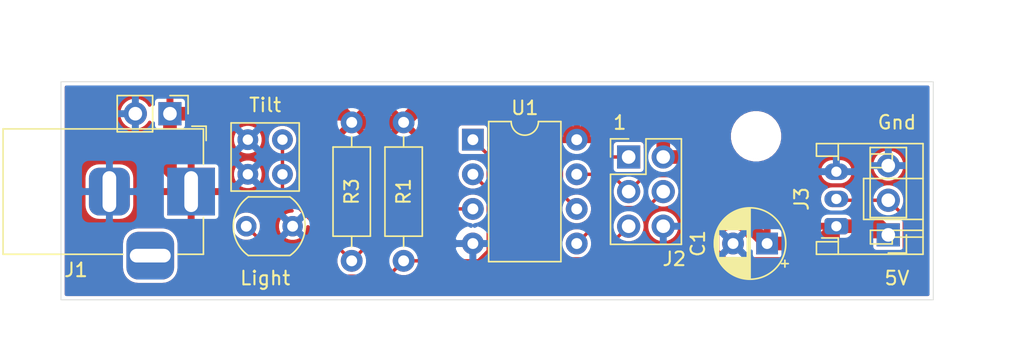
<source format=kicad_pcb>
(kicad_pcb (version 20171130) (host pcbnew 5.99.0+really5.1.10+dfsg1-1)

  (general
    (thickness 1.6)
    (drawings 12)
    (tracks 55)
    (zones 0)
    (modules 12)
    (nets 9)
  )

  (page A4)
  (layers
    (0 F.Cu signal)
    (31 B.Cu signal)
    (32 B.Adhes user)
    (33 F.Adhes user)
    (34 B.Paste user)
    (35 F.Paste user)
    (36 B.SilkS user)
    (37 F.SilkS user)
    (38 B.Mask user)
    (39 F.Mask user)
    (40 Dwgs.User user)
    (41 Cmts.User user)
    (42 Eco1.User user)
    (43 Eco2.User user)
    (44 Edge.Cuts user)
    (45 Margin user)
    (46 B.CrtYd user)
    (47 F.CrtYd user)
    (48 B.Fab user)
    (49 F.Fab user)
  )

  (setup
    (last_trace_width 0.25)
    (trace_clearance 0.2)
    (zone_clearance 0.508)
    (zone_45_only no)
    (trace_min 0.2)
    (via_size 0.8)
    (via_drill 0.4)
    (via_min_size 0.4)
    (via_min_drill 0.3)
    (uvia_size 0.3)
    (uvia_drill 0.1)
    (uvias_allowed no)
    (uvia_min_size 0.2)
    (uvia_min_drill 0.1)
    (edge_width 0.05)
    (segment_width 0.2)
    (pcb_text_width 0.3)
    (pcb_text_size 1.5 1.5)
    (mod_edge_width 0.12)
    (mod_text_size 1 1)
    (mod_text_width 0.15)
    (pad_size 1.524 1.524)
    (pad_drill 0.762)
    (pad_to_mask_clearance 0)
    (aux_axis_origin 0 0)
    (visible_elements FFFFFF7F)
    (pcbplotparams
      (layerselection 0x010fc_ffffffff)
      (usegerberextensions true)
      (usegerberattributes true)
      (usegerberadvancedattributes true)
      (creategerberjobfile true)
      (excludeedgelayer true)
      (linewidth 0.100000)
      (plotframeref false)
      (viasonmask false)
      (mode 1)
      (useauxorigin false)
      (hpglpennumber 1)
      (hpglpenspeed 20)
      (hpglpendiameter 15.000000)
      (psnegative false)
      (psa4output false)
      (plotreference true)
      (plotvalue true)
      (plotinvisibletext false)
      (padsonsilk false)
      (subtractmaskfromsilk true)
      (outputformat 1)
      (mirror false)
      (drillshape 0)
      (scaleselection 1)
      (outputdirectory "gerbers/"))
  )

  (net 0 "")
  (net 1 +5V)
  (net 2 GND)
  (net 3 MISO)
  (net 4 LED_Data)
  (net 5 MOSI)
  (net 6 ~RESET)
  (net 7 Light)
  (net 8 Tilt)

  (net_class Default "This is the default net class."
    (clearance 0.2)
    (trace_width 0.25)
    (via_dia 0.8)
    (via_drill 0.4)
    (uvia_dia 0.3)
    (uvia_drill 0.1)
    (add_net LED_Data)
    (add_net Light)
    (add_net MISO)
    (add_net MOSI)
    (add_net Tilt)
    (add_net ~RESET)
  )

  (net_class Power ""
    (clearance 0.2)
    (trace_width 1)
    (via_dia 0.8)
    (via_drill 0.4)
    (uvia_dia 0.3)
    (uvia_drill 0.1)
    (add_net +5V)
    (add_net GND)
  )

  (module MountingHole:MountingHole_3.2mm_M3 (layer F.Cu) (tedit 56D1B4CB) (tstamp 62007F9E)
    (at 130 94)
    (descr "Mounting Hole 3.2mm, no annular, M3")
    (tags "mounting hole 3.2mm no annular m3")
    (attr virtual)
    (fp_text reference REF** (at 0 -4.2) (layer F.SilkS) hide
      (effects (font (size 1 1) (thickness 0.15)))
    )
    (fp_text value MountingHole_3.2mm_M3 (at 0 4.2) (layer F.Fab) hide
      (effects (font (size 1 1) (thickness 0.15)))
    )
    (fp_circle (center 0 0) (end 3.45 0) (layer F.CrtYd) (width 0.05))
    (fp_circle (center 0 0) (end 3.2 0) (layer Cmts.User) (width 0.15))
    (fp_text user %R (at 0.3 0) (layer F.Fab) hide
      (effects (font (size 1 1) (thickness 0.15)))
    )
    (pad 1 np_thru_hole circle (at 0 0) (size 3.2 3.2) (drill 3.2) (layers *.Cu *.Mask))
  )

  (module Connector_PinHeader_2.54mm:PinHeader_2x03_P2.54mm_Vertical (layer F.Cu) (tedit 59FED5CC) (tstamp 62007D3D)
    (at 120.65 95.52)
    (descr "Through hole straight pin header, 2x03, 2.54mm pitch, double rows")
    (tags "Through hole pin header THT 2x03 2.54mm double row")
    (path /62010E8A)
    (fp_text reference J2 (at 3.35 7.48) (layer F.SilkS)
      (effects (font (size 1 1) (thickness 0.15)))
    )
    (fp_text value ICSP (at 0.35 7.48) (layer F.Fab)
      (effects (font (size 1 1) (thickness 0.15)))
    )
    (fp_line (start 0 -1.27) (end 3.81 -1.27) (layer F.Fab) (width 0.1))
    (fp_line (start 3.81 -1.27) (end 3.81 6.35) (layer F.Fab) (width 0.1))
    (fp_line (start 3.81 6.35) (end -1.27 6.35) (layer F.Fab) (width 0.1))
    (fp_line (start -1.27 6.35) (end -1.27 0) (layer F.Fab) (width 0.1))
    (fp_line (start -1.27 0) (end 0 -1.27) (layer F.Fab) (width 0.1))
    (fp_line (start -1.33 6.41) (end 3.87 6.41) (layer F.SilkS) (width 0.12))
    (fp_line (start -1.33 1.27) (end -1.33 6.41) (layer F.SilkS) (width 0.12))
    (fp_line (start 3.87 -1.33) (end 3.87 6.41) (layer F.SilkS) (width 0.12))
    (fp_line (start -1.33 1.27) (end 1.27 1.27) (layer F.SilkS) (width 0.12))
    (fp_line (start 1.27 1.27) (end 1.27 -1.33) (layer F.SilkS) (width 0.12))
    (fp_line (start 1.27 -1.33) (end 3.87 -1.33) (layer F.SilkS) (width 0.12))
    (fp_line (start -1.33 0) (end -1.33 -1.33) (layer F.SilkS) (width 0.12))
    (fp_line (start -1.33 -1.33) (end 0 -1.33) (layer F.SilkS) (width 0.12))
    (fp_line (start -1.8 -1.8) (end -1.8 6.85) (layer F.CrtYd) (width 0.05))
    (fp_line (start -1.8 6.85) (end 4.35 6.85) (layer F.CrtYd) (width 0.05))
    (fp_line (start 4.35 6.85) (end 4.35 -1.8) (layer F.CrtYd) (width 0.05))
    (fp_line (start 4.35 -1.8) (end -1.8 -1.8) (layer F.CrtYd) (width 0.05))
    (fp_text user %R (at 1.27 2.54 90) (layer F.Fab)
      (effects (font (size 1 1) (thickness 0.15)))
    )
    (pad 1 thru_hole rect (at 0 0) (size 1.7 1.7) (drill 1) (layers *.Cu *.Mask)
      (net 3 MISO))
    (pad 2 thru_hole oval (at 2.54 0) (size 1.7 1.7) (drill 1) (layers *.Cu *.Mask)
      (net 1 +5V))
    (pad 3 thru_hole oval (at 0 2.54) (size 1.7 1.7) (drill 1) (layers *.Cu *.Mask)
      (net 4 LED_Data))
    (pad 4 thru_hole oval (at 2.54 2.54) (size 1.7 1.7) (drill 1) (layers *.Cu *.Mask)
      (net 5 MOSI))
    (pad 5 thru_hole oval (at 0 5.08) (size 1.7 1.7) (drill 1) (layers *.Cu *.Mask)
      (net 6 ~RESET))
    (pad 6 thru_hole oval (at 2.54 5.08) (size 1.7 1.7) (drill 1) (layers *.Cu *.Mask)
      (net 2 GND))
    (model ${KISYS3DMOD}/Connector_PinHeader_2.54mm.3dshapes/PinHeader_2x03_P2.54mm_Vertical.wrl
      (at (xyz 0 0 0))
      (scale (xyz 1 1 1))
      (rotate (xyz 0 0 0))
    )
  )

  (module Package_DIP:DIP-8_W7.62mm (layer F.Cu) (tedit 5A02E8C5) (tstamp 62005EE8)
    (at 109.22 94.25)
    (descr "8-lead though-hole mounted DIP package, row spacing 7.62 mm (300 mils)")
    (tags "THT DIP DIL PDIP 2.54mm 7.62mm 300mil")
    (path /620030FE)
    (fp_text reference U1 (at 3.81 -2.33) (layer F.SilkS)
      (effects (font (size 1 1) (thickness 0.15)))
    )
    (fp_text value ATtiny85-20PU (at 3.81 9.95) (layer F.Fab)
      (effects (font (size 1 1) (thickness 0.15)))
    )
    (fp_line (start 1.635 -1.27) (end 6.985 -1.27) (layer F.Fab) (width 0.1))
    (fp_line (start 6.985 -1.27) (end 6.985 8.89) (layer F.Fab) (width 0.1))
    (fp_line (start 6.985 8.89) (end 0.635 8.89) (layer F.Fab) (width 0.1))
    (fp_line (start 0.635 8.89) (end 0.635 -0.27) (layer F.Fab) (width 0.1))
    (fp_line (start 0.635 -0.27) (end 1.635 -1.27) (layer F.Fab) (width 0.1))
    (fp_line (start 2.81 -1.33) (end 1.16 -1.33) (layer F.SilkS) (width 0.12))
    (fp_line (start 1.16 -1.33) (end 1.16 8.95) (layer F.SilkS) (width 0.12))
    (fp_line (start 1.16 8.95) (end 6.46 8.95) (layer F.SilkS) (width 0.12))
    (fp_line (start 6.46 8.95) (end 6.46 -1.33) (layer F.SilkS) (width 0.12))
    (fp_line (start 6.46 -1.33) (end 4.81 -1.33) (layer F.SilkS) (width 0.12))
    (fp_line (start -1.1 -1.55) (end -1.1 9.15) (layer F.CrtYd) (width 0.05))
    (fp_line (start -1.1 9.15) (end 8.7 9.15) (layer F.CrtYd) (width 0.05))
    (fp_line (start 8.7 9.15) (end 8.7 -1.55) (layer F.CrtYd) (width 0.05))
    (fp_line (start 8.7 -1.55) (end -1.1 -1.55) (layer F.CrtYd) (width 0.05))
    (fp_arc (start 3.81 -1.33) (end 2.81 -1.33) (angle -180) (layer F.SilkS) (width 0.12))
    (fp_text user %R (at 3.81 3.81) (layer F.Fab)
      (effects (font (size 1 1) (thickness 0.15)))
    )
    (pad 1 thru_hole rect (at 0 0) (size 1.6 1.6) (drill 0.8) (layers *.Cu *.Mask)
      (net 6 ~RESET))
    (pad 5 thru_hole oval (at 7.62 7.62) (size 1.6 1.6) (drill 0.8) (layers *.Cu *.Mask)
      (net 5 MOSI))
    (pad 2 thru_hole oval (at 0 2.54) (size 1.6 1.6) (drill 0.8) (layers *.Cu *.Mask)
      (net 7 Light))
    (pad 6 thru_hole oval (at 7.62 5.08) (size 1.6 1.6) (drill 0.8) (layers *.Cu *.Mask)
      (net 3 MISO))
    (pad 3 thru_hole oval (at 0 5.08) (size 1.6 1.6) (drill 0.8) (layers *.Cu *.Mask)
      (net 8 Tilt))
    (pad 7 thru_hole oval (at 7.62 2.54) (size 1.6 1.6) (drill 0.8) (layers *.Cu *.Mask)
      (net 4 LED_Data))
    (pad 4 thru_hole oval (at 0 7.62) (size 1.6 1.6) (drill 0.8) (layers *.Cu *.Mask)
      (net 2 GND))
    (pad 8 thru_hole oval (at 7.62 0) (size 1.6 1.6) (drill 0.8) (layers *.Cu *.Mask)
      (net 1 +5V))
    (model ${KISYS3DMOD}/Package_DIP.3dshapes/DIP-8_W7.62mm.wrl
      (at (xyz 0 0 0))
      (scale (xyz 1 1 1))
      (rotate (xyz 0 0 0))
    )
  )

  (module Capacitor_THT:CP_Radial_D5.0mm_P2.50mm (layer F.Cu) (tedit 5AE50EF0) (tstamp 620064DA)
    (at 130.81 101.87 180)
    (descr "CP, Radial series, Radial, pin pitch=2.50mm, , diameter=5mm, Electrolytic Capacitor")
    (tags "CP Radial series Radial pin pitch 2.50mm  diameter 5mm Electrolytic Capacitor")
    (path /62027587)
    (fp_text reference C1 (at 5.08 0 270) (layer F.SilkS)
      (effects (font (size 1 1) (thickness 0.15)))
    )
    (fp_text value 10u (at -2.54 0 270) (layer F.Fab)
      (effects (font (size 1 1) (thickness 0.15)))
    )
    (fp_circle (center 1.25 0) (end 3.75 0) (layer F.Fab) (width 0.1))
    (fp_circle (center 1.25 0) (end 3.87 0) (layer F.SilkS) (width 0.12))
    (fp_circle (center 1.25 0) (end 4 0) (layer F.CrtYd) (width 0.05))
    (fp_line (start -0.883605 -1.0875) (end -0.383605 -1.0875) (layer F.Fab) (width 0.1))
    (fp_line (start -0.633605 -1.3375) (end -0.633605 -0.8375) (layer F.Fab) (width 0.1))
    (fp_line (start 1.25 -2.58) (end 1.25 2.58) (layer F.SilkS) (width 0.12))
    (fp_line (start 1.29 -2.58) (end 1.29 2.58) (layer F.SilkS) (width 0.12))
    (fp_line (start 1.33 -2.579) (end 1.33 2.579) (layer F.SilkS) (width 0.12))
    (fp_line (start 1.37 -2.578) (end 1.37 2.578) (layer F.SilkS) (width 0.12))
    (fp_line (start 1.41 -2.576) (end 1.41 2.576) (layer F.SilkS) (width 0.12))
    (fp_line (start 1.45 -2.573) (end 1.45 2.573) (layer F.SilkS) (width 0.12))
    (fp_line (start 1.49 -2.569) (end 1.49 -1.04) (layer F.SilkS) (width 0.12))
    (fp_line (start 1.49 1.04) (end 1.49 2.569) (layer F.SilkS) (width 0.12))
    (fp_line (start 1.53 -2.565) (end 1.53 -1.04) (layer F.SilkS) (width 0.12))
    (fp_line (start 1.53 1.04) (end 1.53 2.565) (layer F.SilkS) (width 0.12))
    (fp_line (start 1.57 -2.561) (end 1.57 -1.04) (layer F.SilkS) (width 0.12))
    (fp_line (start 1.57 1.04) (end 1.57 2.561) (layer F.SilkS) (width 0.12))
    (fp_line (start 1.61 -2.556) (end 1.61 -1.04) (layer F.SilkS) (width 0.12))
    (fp_line (start 1.61 1.04) (end 1.61 2.556) (layer F.SilkS) (width 0.12))
    (fp_line (start 1.65 -2.55) (end 1.65 -1.04) (layer F.SilkS) (width 0.12))
    (fp_line (start 1.65 1.04) (end 1.65 2.55) (layer F.SilkS) (width 0.12))
    (fp_line (start 1.69 -2.543) (end 1.69 -1.04) (layer F.SilkS) (width 0.12))
    (fp_line (start 1.69 1.04) (end 1.69 2.543) (layer F.SilkS) (width 0.12))
    (fp_line (start 1.73 -2.536) (end 1.73 -1.04) (layer F.SilkS) (width 0.12))
    (fp_line (start 1.73 1.04) (end 1.73 2.536) (layer F.SilkS) (width 0.12))
    (fp_line (start 1.77 -2.528) (end 1.77 -1.04) (layer F.SilkS) (width 0.12))
    (fp_line (start 1.77 1.04) (end 1.77 2.528) (layer F.SilkS) (width 0.12))
    (fp_line (start 1.81 -2.52) (end 1.81 -1.04) (layer F.SilkS) (width 0.12))
    (fp_line (start 1.81 1.04) (end 1.81 2.52) (layer F.SilkS) (width 0.12))
    (fp_line (start 1.85 -2.511) (end 1.85 -1.04) (layer F.SilkS) (width 0.12))
    (fp_line (start 1.85 1.04) (end 1.85 2.511) (layer F.SilkS) (width 0.12))
    (fp_line (start 1.89 -2.501) (end 1.89 -1.04) (layer F.SilkS) (width 0.12))
    (fp_line (start 1.89 1.04) (end 1.89 2.501) (layer F.SilkS) (width 0.12))
    (fp_line (start 1.93 -2.491) (end 1.93 -1.04) (layer F.SilkS) (width 0.12))
    (fp_line (start 1.93 1.04) (end 1.93 2.491) (layer F.SilkS) (width 0.12))
    (fp_line (start 1.971 -2.48) (end 1.971 -1.04) (layer F.SilkS) (width 0.12))
    (fp_line (start 1.971 1.04) (end 1.971 2.48) (layer F.SilkS) (width 0.12))
    (fp_line (start 2.011 -2.468) (end 2.011 -1.04) (layer F.SilkS) (width 0.12))
    (fp_line (start 2.011 1.04) (end 2.011 2.468) (layer F.SilkS) (width 0.12))
    (fp_line (start 2.051 -2.455) (end 2.051 -1.04) (layer F.SilkS) (width 0.12))
    (fp_line (start 2.051 1.04) (end 2.051 2.455) (layer F.SilkS) (width 0.12))
    (fp_line (start 2.091 -2.442) (end 2.091 -1.04) (layer F.SilkS) (width 0.12))
    (fp_line (start 2.091 1.04) (end 2.091 2.442) (layer F.SilkS) (width 0.12))
    (fp_line (start 2.131 -2.428) (end 2.131 -1.04) (layer F.SilkS) (width 0.12))
    (fp_line (start 2.131 1.04) (end 2.131 2.428) (layer F.SilkS) (width 0.12))
    (fp_line (start 2.171 -2.414) (end 2.171 -1.04) (layer F.SilkS) (width 0.12))
    (fp_line (start 2.171 1.04) (end 2.171 2.414) (layer F.SilkS) (width 0.12))
    (fp_line (start 2.211 -2.398) (end 2.211 -1.04) (layer F.SilkS) (width 0.12))
    (fp_line (start 2.211 1.04) (end 2.211 2.398) (layer F.SilkS) (width 0.12))
    (fp_line (start 2.251 -2.382) (end 2.251 -1.04) (layer F.SilkS) (width 0.12))
    (fp_line (start 2.251 1.04) (end 2.251 2.382) (layer F.SilkS) (width 0.12))
    (fp_line (start 2.291 -2.365) (end 2.291 -1.04) (layer F.SilkS) (width 0.12))
    (fp_line (start 2.291 1.04) (end 2.291 2.365) (layer F.SilkS) (width 0.12))
    (fp_line (start 2.331 -2.348) (end 2.331 -1.04) (layer F.SilkS) (width 0.12))
    (fp_line (start 2.331 1.04) (end 2.331 2.348) (layer F.SilkS) (width 0.12))
    (fp_line (start 2.371 -2.329) (end 2.371 -1.04) (layer F.SilkS) (width 0.12))
    (fp_line (start 2.371 1.04) (end 2.371 2.329) (layer F.SilkS) (width 0.12))
    (fp_line (start 2.411 -2.31) (end 2.411 -1.04) (layer F.SilkS) (width 0.12))
    (fp_line (start 2.411 1.04) (end 2.411 2.31) (layer F.SilkS) (width 0.12))
    (fp_line (start 2.451 -2.29) (end 2.451 -1.04) (layer F.SilkS) (width 0.12))
    (fp_line (start 2.451 1.04) (end 2.451 2.29) (layer F.SilkS) (width 0.12))
    (fp_line (start 2.491 -2.268) (end 2.491 -1.04) (layer F.SilkS) (width 0.12))
    (fp_line (start 2.491 1.04) (end 2.491 2.268) (layer F.SilkS) (width 0.12))
    (fp_line (start 2.531 -2.247) (end 2.531 -1.04) (layer F.SilkS) (width 0.12))
    (fp_line (start 2.531 1.04) (end 2.531 2.247) (layer F.SilkS) (width 0.12))
    (fp_line (start 2.571 -2.224) (end 2.571 -1.04) (layer F.SilkS) (width 0.12))
    (fp_line (start 2.571 1.04) (end 2.571 2.224) (layer F.SilkS) (width 0.12))
    (fp_line (start 2.611 -2.2) (end 2.611 -1.04) (layer F.SilkS) (width 0.12))
    (fp_line (start 2.611 1.04) (end 2.611 2.2) (layer F.SilkS) (width 0.12))
    (fp_line (start 2.651 -2.175) (end 2.651 -1.04) (layer F.SilkS) (width 0.12))
    (fp_line (start 2.651 1.04) (end 2.651 2.175) (layer F.SilkS) (width 0.12))
    (fp_line (start 2.691 -2.149) (end 2.691 -1.04) (layer F.SilkS) (width 0.12))
    (fp_line (start 2.691 1.04) (end 2.691 2.149) (layer F.SilkS) (width 0.12))
    (fp_line (start 2.731 -2.122) (end 2.731 -1.04) (layer F.SilkS) (width 0.12))
    (fp_line (start 2.731 1.04) (end 2.731 2.122) (layer F.SilkS) (width 0.12))
    (fp_line (start 2.771 -2.095) (end 2.771 -1.04) (layer F.SilkS) (width 0.12))
    (fp_line (start 2.771 1.04) (end 2.771 2.095) (layer F.SilkS) (width 0.12))
    (fp_line (start 2.811 -2.065) (end 2.811 -1.04) (layer F.SilkS) (width 0.12))
    (fp_line (start 2.811 1.04) (end 2.811 2.065) (layer F.SilkS) (width 0.12))
    (fp_line (start 2.851 -2.035) (end 2.851 -1.04) (layer F.SilkS) (width 0.12))
    (fp_line (start 2.851 1.04) (end 2.851 2.035) (layer F.SilkS) (width 0.12))
    (fp_line (start 2.891 -2.004) (end 2.891 -1.04) (layer F.SilkS) (width 0.12))
    (fp_line (start 2.891 1.04) (end 2.891 2.004) (layer F.SilkS) (width 0.12))
    (fp_line (start 2.931 -1.971) (end 2.931 -1.04) (layer F.SilkS) (width 0.12))
    (fp_line (start 2.931 1.04) (end 2.931 1.971) (layer F.SilkS) (width 0.12))
    (fp_line (start 2.971 -1.937) (end 2.971 -1.04) (layer F.SilkS) (width 0.12))
    (fp_line (start 2.971 1.04) (end 2.971 1.937) (layer F.SilkS) (width 0.12))
    (fp_line (start 3.011 -1.901) (end 3.011 -1.04) (layer F.SilkS) (width 0.12))
    (fp_line (start 3.011 1.04) (end 3.011 1.901) (layer F.SilkS) (width 0.12))
    (fp_line (start 3.051 -1.864) (end 3.051 -1.04) (layer F.SilkS) (width 0.12))
    (fp_line (start 3.051 1.04) (end 3.051 1.864) (layer F.SilkS) (width 0.12))
    (fp_line (start 3.091 -1.826) (end 3.091 -1.04) (layer F.SilkS) (width 0.12))
    (fp_line (start 3.091 1.04) (end 3.091 1.826) (layer F.SilkS) (width 0.12))
    (fp_line (start 3.131 -1.785) (end 3.131 -1.04) (layer F.SilkS) (width 0.12))
    (fp_line (start 3.131 1.04) (end 3.131 1.785) (layer F.SilkS) (width 0.12))
    (fp_line (start 3.171 -1.743) (end 3.171 -1.04) (layer F.SilkS) (width 0.12))
    (fp_line (start 3.171 1.04) (end 3.171 1.743) (layer F.SilkS) (width 0.12))
    (fp_line (start 3.211 -1.699) (end 3.211 -1.04) (layer F.SilkS) (width 0.12))
    (fp_line (start 3.211 1.04) (end 3.211 1.699) (layer F.SilkS) (width 0.12))
    (fp_line (start 3.251 -1.653) (end 3.251 -1.04) (layer F.SilkS) (width 0.12))
    (fp_line (start 3.251 1.04) (end 3.251 1.653) (layer F.SilkS) (width 0.12))
    (fp_line (start 3.291 -1.605) (end 3.291 -1.04) (layer F.SilkS) (width 0.12))
    (fp_line (start 3.291 1.04) (end 3.291 1.605) (layer F.SilkS) (width 0.12))
    (fp_line (start 3.331 -1.554) (end 3.331 -1.04) (layer F.SilkS) (width 0.12))
    (fp_line (start 3.331 1.04) (end 3.331 1.554) (layer F.SilkS) (width 0.12))
    (fp_line (start 3.371 -1.5) (end 3.371 -1.04) (layer F.SilkS) (width 0.12))
    (fp_line (start 3.371 1.04) (end 3.371 1.5) (layer F.SilkS) (width 0.12))
    (fp_line (start 3.411 -1.443) (end 3.411 -1.04) (layer F.SilkS) (width 0.12))
    (fp_line (start 3.411 1.04) (end 3.411 1.443) (layer F.SilkS) (width 0.12))
    (fp_line (start 3.451 -1.383) (end 3.451 -1.04) (layer F.SilkS) (width 0.12))
    (fp_line (start 3.451 1.04) (end 3.451 1.383) (layer F.SilkS) (width 0.12))
    (fp_line (start 3.491 -1.319) (end 3.491 -1.04) (layer F.SilkS) (width 0.12))
    (fp_line (start 3.491 1.04) (end 3.491 1.319) (layer F.SilkS) (width 0.12))
    (fp_line (start 3.531 -1.251) (end 3.531 -1.04) (layer F.SilkS) (width 0.12))
    (fp_line (start 3.531 1.04) (end 3.531 1.251) (layer F.SilkS) (width 0.12))
    (fp_line (start 3.571 -1.178) (end 3.571 1.178) (layer F.SilkS) (width 0.12))
    (fp_line (start 3.611 -1.098) (end 3.611 1.098) (layer F.SilkS) (width 0.12))
    (fp_line (start 3.651 -1.011) (end 3.651 1.011) (layer F.SilkS) (width 0.12))
    (fp_line (start 3.691 -0.915) (end 3.691 0.915) (layer F.SilkS) (width 0.12))
    (fp_line (start 3.731 -0.805) (end 3.731 0.805) (layer F.SilkS) (width 0.12))
    (fp_line (start 3.771 -0.677) (end 3.771 0.677) (layer F.SilkS) (width 0.12))
    (fp_line (start 3.811 -0.518) (end 3.811 0.518) (layer F.SilkS) (width 0.12))
    (fp_line (start 3.851 -0.284) (end 3.851 0.284) (layer F.SilkS) (width 0.12))
    (fp_line (start -1.554775 -1.475) (end -1.054775 -1.475) (layer F.SilkS) (width 0.12))
    (fp_line (start -1.304775 -1.725) (end -1.304775 -1.225) (layer F.SilkS) (width 0.12))
    (fp_text user %R (at 1.25 0) (layer F.Fab)
      (effects (font (size 1 1) (thickness 0.15)))
    )
    (pad 1 thru_hole rect (at 0 0 180) (size 1.6 1.6) (drill 0.8) (layers *.Cu *.Mask)
      (net 1 +5V))
    (pad 2 thru_hole circle (at 2.5 0 180) (size 1.6 1.6) (drill 0.8) (layers *.Cu *.Mask)
      (net 2 GND))
    (model ${KISYS3DMOD}/Capacitor_THT.3dshapes/CP_Radial_D5.0mm_P2.50mm.wrl
      (at (xyz 0 0 0))
      (scale (xyz 1 1 1))
      (rotate (xyz 0 0 0))
    )
  )

  (module Connector_BarrelJack:BarrelJack_Horizontal (layer F.Cu) (tedit 5A1DBF6A) (tstamp 62005E26)
    (at 88.55 98.06)
    (descr "DC Barrel Jack")
    (tags "Power Jack")
    (path /62003E4A)
    (fp_text reference J1 (at -8.45 5.75) (layer F.SilkS)
      (effects (font (size 1 1) (thickness 0.15)))
    )
    (fp_text value Barrel_Jack (at -3.46 -3.175) (layer F.Fab) hide
      (effects (font (size 1 1) (thickness 0.15)))
    )
    (fp_line (start -0.003213 -4.505425) (end 0.8 -3.75) (layer F.Fab) (width 0.1))
    (fp_line (start 1.1 -3.75) (end 1.1 -4.8) (layer F.SilkS) (width 0.12))
    (fp_line (start 0.05 -4.8) (end 1.1 -4.8) (layer F.SilkS) (width 0.12))
    (fp_line (start 1 -4.5) (end 1 -4.75) (layer F.CrtYd) (width 0.05))
    (fp_line (start 1 -4.75) (end -14 -4.75) (layer F.CrtYd) (width 0.05))
    (fp_line (start 1 -4.5) (end 1 -2) (layer F.CrtYd) (width 0.05))
    (fp_line (start 1 -2) (end 2 -2) (layer F.CrtYd) (width 0.05))
    (fp_line (start 2 -2) (end 2 2) (layer F.CrtYd) (width 0.05))
    (fp_line (start 2 2) (end 1 2) (layer F.CrtYd) (width 0.05))
    (fp_line (start 1 2) (end 1 4.75) (layer F.CrtYd) (width 0.05))
    (fp_line (start 1 4.75) (end -1 4.75) (layer F.CrtYd) (width 0.05))
    (fp_line (start -1 4.75) (end -1 6.75) (layer F.CrtYd) (width 0.05))
    (fp_line (start -1 6.75) (end -5 6.75) (layer F.CrtYd) (width 0.05))
    (fp_line (start -5 6.75) (end -5 4.75) (layer F.CrtYd) (width 0.05))
    (fp_line (start -5 4.75) (end -14 4.75) (layer F.CrtYd) (width 0.05))
    (fp_line (start -14 4.75) (end -14 -4.75) (layer F.CrtYd) (width 0.05))
    (fp_line (start -5 4.6) (end -13.8 4.6) (layer F.SilkS) (width 0.12))
    (fp_line (start -13.8 4.6) (end -13.8 -4.6) (layer F.SilkS) (width 0.12))
    (fp_line (start 0.9 1.9) (end 0.9 4.6) (layer F.SilkS) (width 0.12))
    (fp_line (start 0.9 4.6) (end -1 4.6) (layer F.SilkS) (width 0.12))
    (fp_line (start -13.8 -4.6) (end 0.9 -4.6) (layer F.SilkS) (width 0.12))
    (fp_line (start 0.9 -4.6) (end 0.9 -2) (layer F.SilkS) (width 0.12))
    (fp_line (start -10.2 -4.5) (end -10.2 4.5) (layer F.Fab) (width 0.1))
    (fp_line (start -13.7 -4.5) (end -13.7 4.5) (layer F.Fab) (width 0.1))
    (fp_line (start -13.7 4.5) (end 0.8 4.5) (layer F.Fab) (width 0.1))
    (fp_line (start 0.8 4.5) (end 0.8 -3.75) (layer F.Fab) (width 0.1))
    (fp_line (start 0 -4.5) (end -13.7 -4.5) (layer F.Fab) (width 0.1))
    (fp_text user %R (at -8.54 5.715) (layer F.Fab)
      (effects (font (size 1 1) (thickness 0.15)))
    )
    (pad 1 thru_hole rect (at 0 0) (size 3.5 3.5) (drill oval 1 3) (layers *.Cu *.Mask)
      (net 1 +5V))
    (pad 2 thru_hole roundrect (at -6 0) (size 3 3.5) (drill oval 1 3) (layers *.Cu *.Mask) (roundrect_rratio 0.25)
      (net 2 GND))
    (pad 3 thru_hole roundrect (at -3 4.7) (size 3.5 3.5) (drill oval 3 1) (layers *.Cu *.Mask) (roundrect_rratio 0.25))
    (model ${KISYS3DMOD}/Connector_BarrelJack.3dshapes/BarrelJack_Horizontal.wrl
      (at (xyz 0 0 0))
      (scale (xyz 1 1 1))
      (rotate (xyz 0 0 0))
    )
  )

  (module Connector_JST:JST_PH_S3B-PH-K_1x03_P2.00mm_Horizontal (layer F.Cu) (tedit 5B7745C6) (tstamp 62005E72)
    (at 135.89 100.6 90)
    (descr "JST PH series connector, S3B-PH-K (http://www.jst-mfg.com/product/pdf/eng/ePH.pdf), generated with kicad-footprint-generator")
    (tags "connector JST PH top entry")
    (path /62004819)
    (fp_text reference J3 (at 2 -2.55 90) (layer F.SilkS)
      (effects (font (size 1 1) (thickness 0.15)))
    )
    (fp_text value LEDs (at 2 7.45 90) (layer F.Fab)
      (effects (font (size 1 1) (thickness 0.15)))
    )
    (fp_line (start -0.86 0.14) (end -1.14 0.14) (layer F.SilkS) (width 0.12))
    (fp_line (start -1.14 0.14) (end -1.14 -1.46) (layer F.SilkS) (width 0.12))
    (fp_line (start -1.14 -1.46) (end -2.06 -1.46) (layer F.SilkS) (width 0.12))
    (fp_line (start -2.06 -1.46) (end -2.06 6.36) (layer F.SilkS) (width 0.12))
    (fp_line (start -2.06 6.36) (end 6.06 6.36) (layer F.SilkS) (width 0.12))
    (fp_line (start 6.06 6.36) (end 6.06 -1.46) (layer F.SilkS) (width 0.12))
    (fp_line (start 6.06 -1.46) (end 5.14 -1.46) (layer F.SilkS) (width 0.12))
    (fp_line (start 5.14 -1.46) (end 5.14 0.14) (layer F.SilkS) (width 0.12))
    (fp_line (start 5.14 0.14) (end 4.86 0.14) (layer F.SilkS) (width 0.12))
    (fp_line (start 0.5 6.36) (end 0.5 2) (layer F.SilkS) (width 0.12))
    (fp_line (start 0.5 2) (end 3.5 2) (layer F.SilkS) (width 0.12))
    (fp_line (start 3.5 2) (end 3.5 6.36) (layer F.SilkS) (width 0.12))
    (fp_line (start -2.06 0.14) (end -1.14 0.14) (layer F.SilkS) (width 0.12))
    (fp_line (start 6.06 0.14) (end 5.14 0.14) (layer F.SilkS) (width 0.12))
    (fp_line (start -1.3 2.5) (end -1.3 4.1) (layer F.SilkS) (width 0.12))
    (fp_line (start -1.3 4.1) (end -0.3 4.1) (layer F.SilkS) (width 0.12))
    (fp_line (start -0.3 4.1) (end -0.3 2.5) (layer F.SilkS) (width 0.12))
    (fp_line (start -0.3 2.5) (end -1.3 2.5) (layer F.SilkS) (width 0.12))
    (fp_line (start 5.3 2.5) (end 5.3 4.1) (layer F.SilkS) (width 0.12))
    (fp_line (start 5.3 4.1) (end 4.3 4.1) (layer F.SilkS) (width 0.12))
    (fp_line (start 4.3 4.1) (end 4.3 2.5) (layer F.SilkS) (width 0.12))
    (fp_line (start 4.3 2.5) (end 5.3 2.5) (layer F.SilkS) (width 0.12))
    (fp_line (start -0.3 4.1) (end -0.3 6.36) (layer F.SilkS) (width 0.12))
    (fp_line (start -0.8 4.1) (end -0.8 6.36) (layer F.SilkS) (width 0.12))
    (fp_line (start -2.45 -1.85) (end -2.45 6.75) (layer F.CrtYd) (width 0.05))
    (fp_line (start -2.45 6.75) (end 6.45 6.75) (layer F.CrtYd) (width 0.05))
    (fp_line (start 6.45 6.75) (end 6.45 -1.85) (layer F.CrtYd) (width 0.05))
    (fp_line (start 6.45 -1.85) (end -2.45 -1.85) (layer F.CrtYd) (width 0.05))
    (fp_line (start -1.25 0.25) (end -1.25 -1.35) (layer F.Fab) (width 0.1))
    (fp_line (start -1.25 -1.35) (end -1.95 -1.35) (layer F.Fab) (width 0.1))
    (fp_line (start -1.95 -1.35) (end -1.95 6.25) (layer F.Fab) (width 0.1))
    (fp_line (start -1.95 6.25) (end 5.95 6.25) (layer F.Fab) (width 0.1))
    (fp_line (start 5.95 6.25) (end 5.95 -1.35) (layer F.Fab) (width 0.1))
    (fp_line (start 5.95 -1.35) (end 5.25 -1.35) (layer F.Fab) (width 0.1))
    (fp_line (start 5.25 -1.35) (end 5.25 0.25) (layer F.Fab) (width 0.1))
    (fp_line (start 5.25 0.25) (end -1.25 0.25) (layer F.Fab) (width 0.1))
    (fp_line (start -0.86 0.14) (end -0.86 -1.075) (layer F.SilkS) (width 0.12))
    (fp_line (start 0 0.875) (end -0.5 1.375) (layer F.Fab) (width 0.1))
    (fp_line (start -0.5 1.375) (end 0.5 1.375) (layer F.Fab) (width 0.1))
    (fp_line (start 0.5 1.375) (end 0 0.875) (layer F.Fab) (width 0.1))
    (fp_text user %R (at 2 2.5 90) (layer F.Fab)
      (effects (font (size 1 1) (thickness 0.15)))
    )
    (pad 1 thru_hole roundrect (at 0 0 90) (size 1.2 1.75) (drill 0.75) (layers *.Cu *.Mask) (roundrect_rratio 0.2083325)
      (net 1 +5V))
    (pad 2 thru_hole oval (at 2 0 90) (size 1.2 1.75) (drill 0.75) (layers *.Cu *.Mask)
      (net 4 LED_Data))
    (pad 3 thru_hole oval (at 4 0 90) (size 1.2 1.75) (drill 0.75) (layers *.Cu *.Mask)
      (net 2 GND))
    (model ${KISYS3DMOD}/Connector_JST.3dshapes/JST_PH_S3B-PH-K_1x03_P2.00mm_Horizontal.wrl
      (at (xyz 0 0 0))
      (scale (xyz 1 1 1))
      (rotate (xyz 0 0 0))
    )
  )

  (module Resistor_THT:R_Axial_DIN0207_L6.3mm_D2.5mm_P10.16mm_Horizontal (layer F.Cu) (tedit 5AE5139B) (tstamp 62005E89)
    (at 104.14 92.98 270)
    (descr "Resistor, Axial_DIN0207 series, Axial, Horizontal, pin pitch=10.16mm, 0.25W = 1/4W, length*diameter=6.3*2.5mm^2, http://cdn-reichelt.de/documents/datenblatt/B400/1_4W%23YAG.pdf")
    (tags "Resistor Axial_DIN0207 series Axial Horizontal pin pitch 10.16mm 0.25W = 1/4W length 6.3mm diameter 2.5mm")
    (path /62006942)
    (fp_text reference R1 (at 5.08 0 90) (layer F.SilkS)
      (effects (font (size 1 1) (thickness 0.15)))
    )
    (fp_text value 10k (at 7.62 0 180) (layer F.Fab)
      (effects (font (size 1 1) (thickness 0.15)))
    )
    (fp_line (start 1.93 -1.25) (end 1.93 1.25) (layer F.Fab) (width 0.1))
    (fp_line (start 1.93 1.25) (end 8.23 1.25) (layer F.Fab) (width 0.1))
    (fp_line (start 8.23 1.25) (end 8.23 -1.25) (layer F.Fab) (width 0.1))
    (fp_line (start 8.23 -1.25) (end 1.93 -1.25) (layer F.Fab) (width 0.1))
    (fp_line (start 0 0) (end 1.93 0) (layer F.Fab) (width 0.1))
    (fp_line (start 10.16 0) (end 8.23 0) (layer F.Fab) (width 0.1))
    (fp_line (start 1.81 -1.37) (end 1.81 1.37) (layer F.SilkS) (width 0.12))
    (fp_line (start 1.81 1.37) (end 8.35 1.37) (layer F.SilkS) (width 0.12))
    (fp_line (start 8.35 1.37) (end 8.35 -1.37) (layer F.SilkS) (width 0.12))
    (fp_line (start 8.35 -1.37) (end 1.81 -1.37) (layer F.SilkS) (width 0.12))
    (fp_line (start 1.04 0) (end 1.81 0) (layer F.SilkS) (width 0.12))
    (fp_line (start 9.12 0) (end 8.35 0) (layer F.SilkS) (width 0.12))
    (fp_line (start -1.05 -1.5) (end -1.05 1.5) (layer F.CrtYd) (width 0.05))
    (fp_line (start -1.05 1.5) (end 11.21 1.5) (layer F.CrtYd) (width 0.05))
    (fp_line (start 11.21 1.5) (end 11.21 -1.5) (layer F.CrtYd) (width 0.05))
    (fp_line (start 11.21 -1.5) (end -1.05 -1.5) (layer F.CrtYd) (width 0.05))
    (fp_text user %R (at 5.08 0 90) (layer F.Fab)
      (effects (font (size 1 1) (thickness 0.15)))
    )
    (pad 1 thru_hole circle (at 0 0 270) (size 1.6 1.6) (drill 0.8) (layers *.Cu *.Mask)
      (net 1 +5V))
    (pad 2 thru_hole oval (at 10.16 0 270) (size 1.6 1.6) (drill 0.8) (layers *.Cu *.Mask)
      (net 7 Light))
    (model ${KISYS3DMOD}/Resistor_THT.3dshapes/R_Axial_DIN0207_L6.3mm_D2.5mm_P10.16mm_Horizontal.wrl
      (at (xyz 0 0 0))
      (scale (xyz 1 1 1))
      (rotate (xyz 0 0 0))
    )
  )

  (module OptoDevice:R_LDR_5.1x4.3mm_P3.4mm_Vertical (layer F.Cu) (tedit 5B8603DB) (tstamp 62005EA9)
    (at 92.595001 100.6)
    (descr "Resistor, LDR 5.1x3.4mm, see http://yourduino.com/docs/Photoresistor-5516-datasheet.pdf")
    (tags "Resistor LDR5.1x3.4mm")
    (path /62006219)
    (fp_text reference R2 (at 1.7 -2.9) (layer F.SilkS) hide
      (effects (font (size 1 1) (thickness 0.15)))
    )
    (fp_text value LDR07 (at 1.5 3) (layer F.Fab) hide
      (effects (font (size 1 1) (thickness 0.15)))
    )
    (fp_line (start 0.15 2.15) (end 3.2 2.15) (layer F.SilkS) (width 0.12))
    (fp_line (start 0.15 -2.15) (end 3.2 -2.15) (layer F.SilkS) (width 0.12))
    (fp_line (start 1 0) (end 2.3 0) (layer F.Fab) (width 0.1))
    (fp_line (start 2.3 0) (end 2.3 -0.6) (layer F.Fab) (width 0.1))
    (fp_line (start 2.3 -0.6) (end 0.8 -0.6) (layer F.Fab) (width 0.1))
    (fp_line (start 2.6 0.6) (end 1 0.6) (layer F.Fab) (width 0.1))
    (fp_line (start 0.8 -1.8) (end 2.6 -1.8) (layer F.Fab) (width 0.1))
    (fp_line (start 2.6 -1.8) (end 2.6 -1.2) (layer F.Fab) (width 0.1))
    (fp_line (start 2.6 -1.2) (end 0.8 -1.2) (layer F.Fab) (width 0.1))
    (fp_line (start 0.8 -1.2) (end 0.8 -0.6) (layer F.Fab) (width 0.1))
    (fp_line (start 1 0) (end 1 0.6) (layer F.Fab) (width 0.1))
    (fp_line (start 2.6 0.6) (end 2.6 1.2) (layer F.Fab) (width 0.1))
    (fp_line (start 2.6 1.2) (end 0.8 1.2) (layer F.Fab) (width 0.1))
    (fp_line (start 0.8 1.2) (end 0.8 1.8) (layer F.Fab) (width 0.1))
    (fp_line (start 0.8 1.8) (end 2.6 1.8) (layer F.Fab) (width 0.1))
    (fp_line (start 3.2 2.1) (end 0.2 2.1) (layer F.Fab) (width 0.1))
    (fp_line (start 0.2 -2.1) (end 3.2 -2.1) (layer F.Fab) (width 0.1))
    (fp_line (start -1.13 -2.35) (end 4.53 -2.35) (layer F.CrtYd) (width 0.05))
    (fp_line (start -1.13 -2.35) (end -1.13 2.35) (layer F.CrtYd) (width 0.05))
    (fp_line (start 4.53 2.35) (end 4.53 -2.35) (layer F.CrtYd) (width 0.05))
    (fp_line (start 4.53 2.35) (end -1.13 2.35) (layer F.CrtYd) (width 0.05))
    (fp_text user %R (at 1.7 -2.9) (layer F.Fab) hide
      (effects (font (size 1 1) (thickness 0.15)))
    )
    (fp_arc (start 1.7 0) (end 0.15 2.15) (angle 109) (layer F.SilkS) (width 0.12))
    (fp_arc (start 1.7 0) (end 3.2 -2.15) (angle 109) (layer F.SilkS) (width 0.12))
    (fp_arc (start 1.7 0) (end 3.2 -2.1) (angle 109) (layer F.Fab) (width 0.1))
    (fp_arc (start 1.7 0) (end 0.2 2.1) (angle 109) (layer F.Fab) (width 0.1))
    (pad 1 thru_hole circle (at 0 0) (size 1.5 1.5) (drill 0.8) (layers *.Cu *.Mask)
      (net 7 Light))
    (pad 2 thru_hole circle (at 3.4 0) (size 1.5 1.5) (drill 0.8) (layers *.Cu *.Mask)
      (net 2 GND))
    (model ${KISYS3DMOD}/OptoDevice.3dshapes/R_LDR_5.1x4.3mm_P3.4mm_Vertical.wrl
      (at (xyz 0 0 0))
      (scale (xyz 1 1 1))
      (rotate (xyz 0 0 0))
    )
  )

  (module Resistor_THT:R_Axial_DIN0207_L6.3mm_D2.5mm_P10.16mm_Horizontal (layer F.Cu) (tedit 5AE5139B) (tstamp 62006E14)
    (at 100.33 92.98 270)
    (descr "Resistor, Axial_DIN0207 series, Axial, Horizontal, pin pitch=10.16mm, 0.25W = 1/4W, length*diameter=6.3*2.5mm^2, http://cdn-reichelt.de/documents/datenblatt/B400/1_4W%23YAG.pdf")
    (tags "Resistor Axial_DIN0207 series Axial Horizontal pin pitch 10.16mm 0.25W = 1/4W length 6.3mm diameter 2.5mm")
    (path /620083AE)
    (fp_text reference R3 (at 5.08 0 90) (layer F.SilkS)
      (effects (font (size 1 1) (thickness 0.15)))
    )
    (fp_text value 10k (at 7.62 0 180) (layer F.Fab)
      (effects (font (size 1 1) (thickness 0.15)))
    )
    (fp_line (start 11.21 -1.5) (end -1.05 -1.5) (layer F.CrtYd) (width 0.05))
    (fp_line (start 11.21 1.5) (end 11.21 -1.5) (layer F.CrtYd) (width 0.05))
    (fp_line (start -1.05 1.5) (end 11.21 1.5) (layer F.CrtYd) (width 0.05))
    (fp_line (start -1.05 -1.5) (end -1.05 1.5) (layer F.CrtYd) (width 0.05))
    (fp_line (start 9.12 0) (end 8.35 0) (layer F.SilkS) (width 0.12))
    (fp_line (start 1.04 0) (end 1.81 0) (layer F.SilkS) (width 0.12))
    (fp_line (start 8.35 -1.37) (end 1.81 -1.37) (layer F.SilkS) (width 0.12))
    (fp_line (start 8.35 1.37) (end 8.35 -1.37) (layer F.SilkS) (width 0.12))
    (fp_line (start 1.81 1.37) (end 8.35 1.37) (layer F.SilkS) (width 0.12))
    (fp_line (start 1.81 -1.37) (end 1.81 1.37) (layer F.SilkS) (width 0.12))
    (fp_line (start 10.16 0) (end 8.23 0) (layer F.Fab) (width 0.1))
    (fp_line (start 0 0) (end 1.93 0) (layer F.Fab) (width 0.1))
    (fp_line (start 8.23 -1.25) (end 1.93 -1.25) (layer F.Fab) (width 0.1))
    (fp_line (start 8.23 1.25) (end 8.23 -1.25) (layer F.Fab) (width 0.1))
    (fp_line (start 1.93 1.25) (end 8.23 1.25) (layer F.Fab) (width 0.1))
    (fp_line (start 1.93 -1.25) (end 1.93 1.25) (layer F.Fab) (width 0.1))
    (fp_text user %R (at 5.08 0 90) (layer F.Fab)
      (effects (font (size 1 1) (thickness 0.15)))
    )
    (pad 2 thru_hole oval (at 10.16 0 270) (size 1.6 1.6) (drill 0.8) (layers *.Cu *.Mask)
      (net 8 Tilt))
    (pad 1 thru_hole circle (at 0 0 270) (size 1.6 1.6) (drill 0.8) (layers *.Cu *.Mask)
      (net 1 +5V))
    (model ${KISYS3DMOD}/Resistor_THT.3dshapes/R_Axial_DIN0207_L6.3mm_D2.5mm_P10.16mm_Horizontal.wrl
      (at (xyz 0 0 0))
      (scale (xyz 1 1 1))
      (rotate (xyz 0 0 0))
    )
  )

  (module Tilt_Sw:Tilt (layer F.Cu) (tedit 61FFF7D2) (tstamp 62005ECC)
    (at 93.98 95.52)
    (path /62008F79)
    (fp_text reference SW1 (at 0 -3.81) (layer F.SilkS) hide
      (effects (font (size 1 1) (thickness 0.15)))
    )
    (fp_text value Tilt_sw (at 0 -4) (layer F.Fab) hide
      (effects (font (size 1 1) (thickness 0.15)))
    )
    (fp_line (start -2.5 -2.5) (end 2.5 -2.5) (layer F.SilkS) (width 0.12))
    (fp_line (start 2.5 -2.5) (end 2.5 2.5) (layer F.SilkS) (width 0.12))
    (fp_line (start 2.5 2.5) (end -2.5 2.5) (layer F.SilkS) (width 0.12))
    (fp_line (start -2.5 2.5) (end -2.5 -2.5) (layer F.SilkS) (width 0.12))
    (pad 1 thru_hole circle (at 1.27 1.27) (size 1.524 1.524) (drill 0.762) (layers *.Cu *.Mask)
      (net 8 Tilt))
    (pad 1 thru_hole circle (at 1.27 -1.27) (size 1.524 1.524) (drill 0.762) (layers *.Cu *.Mask)
      (net 8 Tilt))
    (pad 2 thru_hole circle (at -1.27 1.27) (size 1.524 1.524) (drill 0.762) (layers *.Cu *.Mask)
      (net 2 GND))
    (pad 2 thru_hole circle (at -1.27 -1.27) (size 1.524 1.524) (drill 0.762) (layers *.Cu *.Mask)
      (net 2 GND))
  )

  (module Connector_PinHeader_2.54mm:PinHeader_1x02_P2.54mm_Vertical (layer F.Cu) (tedit 59FED5CC) (tstamp 6200737C)
    (at 86.995 92.345 270)
    (descr "Through hole straight pin header, 1x02, 2.54mm pitch, single row")
    (tags "Through hole pin header THT 1x02 2.54mm single row")
    (path /6205AB64)
    (fp_text reference J4 (at 0 -2.33 90) (layer F.SilkS) hide
      (effects (font (size 1 1) (thickness 0.15)))
    )
    (fp_text value Power (at 0 4.87 90) (layer F.Fab) hide
      (effects (font (size 1 1) (thickness 0.15)))
    )
    (fp_line (start -0.635 -1.27) (end 1.27 -1.27) (layer F.Fab) (width 0.1))
    (fp_line (start 1.27 -1.27) (end 1.27 3.81) (layer F.Fab) (width 0.1))
    (fp_line (start 1.27 3.81) (end -1.27 3.81) (layer F.Fab) (width 0.1))
    (fp_line (start -1.27 3.81) (end -1.27 -0.635) (layer F.Fab) (width 0.1))
    (fp_line (start -1.27 -0.635) (end -0.635 -1.27) (layer F.Fab) (width 0.1))
    (fp_line (start -1.33 3.87) (end 1.33 3.87) (layer F.SilkS) (width 0.12))
    (fp_line (start -1.33 1.27) (end -1.33 3.87) (layer F.SilkS) (width 0.12))
    (fp_line (start 1.33 1.27) (end 1.33 3.87) (layer F.SilkS) (width 0.12))
    (fp_line (start -1.33 1.27) (end 1.33 1.27) (layer F.SilkS) (width 0.12))
    (fp_line (start -1.33 0) (end -1.33 -1.33) (layer F.SilkS) (width 0.12))
    (fp_line (start -1.33 -1.33) (end 0 -1.33) (layer F.SilkS) (width 0.12))
    (fp_line (start -1.8 -1.8) (end -1.8 4.35) (layer F.CrtYd) (width 0.05))
    (fp_line (start -1.8 4.35) (end 1.8 4.35) (layer F.CrtYd) (width 0.05))
    (fp_line (start 1.8 4.35) (end 1.8 -1.8) (layer F.CrtYd) (width 0.05))
    (fp_line (start 1.8 -1.8) (end -1.8 -1.8) (layer F.CrtYd) (width 0.05))
    (fp_text user %R (at 0 1.27) (layer F.Fab)
      (effects (font (size 1 1) (thickness 0.15)))
    )
    (pad 1 thru_hole rect (at 0 0 270) (size 1.7 1.7) (drill 1) (layers *.Cu *.Mask)
      (net 1 +5V))
    (pad 2 thru_hole oval (at 0 2.54 270) (size 1.7 1.7) (drill 1) (layers *.Cu *.Mask)
      (net 2 GND))
    (model ${KISYS3DMOD}/Connector_PinHeader_2.54mm.3dshapes/PinHeader_1x02_P2.54mm_Vertical.wrl
      (at (xyz 0 0 0))
      (scale (xyz 1 1 1))
      (rotate (xyz 0 0 0))
    )
  )

  (module Connector_PinHeader_2.54mm:PinHeader_1x03_P2.54mm_Vertical (layer F.Cu) (tedit 59FED5CC) (tstamp 62007393)
    (at 139.7 101.235 180)
    (descr "Through hole straight pin header, 1x03, 2.54mm pitch, single row")
    (tags "Through hole pin header THT 1x03 2.54mm single row")
    (path /6205F98E)
    (fp_text reference J5 (at 0 -2.33) (layer F.SilkS) hide
      (effects (font (size 1 1) (thickness 0.15)))
    )
    (fp_text value LEDs (at 0 7.41) (layer F.Fab) hide
      (effects (font (size 1 1) (thickness 0.15)))
    )
    (fp_line (start -0.635 -1.27) (end 1.27 -1.27) (layer F.Fab) (width 0.1))
    (fp_line (start 1.27 -1.27) (end 1.27 6.35) (layer F.Fab) (width 0.1))
    (fp_line (start 1.27 6.35) (end -1.27 6.35) (layer F.Fab) (width 0.1))
    (fp_line (start -1.27 6.35) (end -1.27 -0.635) (layer F.Fab) (width 0.1))
    (fp_line (start -1.27 -0.635) (end -0.635 -1.27) (layer F.Fab) (width 0.1))
    (fp_line (start -1.33 6.41) (end 1.33 6.41) (layer F.SilkS) (width 0.12))
    (fp_line (start -1.33 1.27) (end -1.33 6.41) (layer F.SilkS) (width 0.12))
    (fp_line (start 1.33 1.27) (end 1.33 6.41) (layer F.SilkS) (width 0.12))
    (fp_line (start -1.33 1.27) (end 1.33 1.27) (layer F.SilkS) (width 0.12))
    (fp_line (start -1.33 0) (end -1.33 -1.33) (layer F.SilkS) (width 0.12))
    (fp_line (start -1.33 -1.33) (end 0 -1.33) (layer F.SilkS) (width 0.12))
    (fp_line (start -1.8 -1.8) (end -1.8 6.85) (layer F.CrtYd) (width 0.05))
    (fp_line (start -1.8 6.85) (end 1.8 6.85) (layer F.CrtYd) (width 0.05))
    (fp_line (start 1.8 6.85) (end 1.8 -1.8) (layer F.CrtYd) (width 0.05))
    (fp_line (start 1.8 -1.8) (end -1.8 -1.8) (layer F.CrtYd) (width 0.05))
    (fp_text user %R (at 0 2.54 90) (layer F.Fab)
      (effects (font (size 1 1) (thickness 0.15)))
    )
    (pad 1 thru_hole rect (at 0 0 180) (size 1.7 1.7) (drill 1) (layers *.Cu *.Mask)
      (net 1 +5V))
    (pad 2 thru_hole oval (at 0 2.54 180) (size 1.7 1.7) (drill 1) (layers *.Cu *.Mask)
      (net 4 LED_Data))
    (pad 3 thru_hole oval (at 0 5.08 180) (size 1.7 1.7) (drill 1) (layers *.Cu *.Mask)
      (net 2 GND))
    (model ${KISYS3DMOD}/Connector_PinHeader_2.54mm.3dshapes/PinHeader_1x03_P2.54mm_Vertical.wrl
      (at (xyz 0 0 0))
      (scale (xyz 1 1 1))
      (rotate (xyz 0 0 0))
    )
  )

  (gr_text 1 (at 120 93) (layer F.SilkS)
    (effects (font (size 1 1) (thickness 0.15)))
  )
  (dimension 13 (width 0.15) (layer Dwgs.User)
    (gr_text "13.000 mm" (at 136.5 84.7) (layer Dwgs.User)
      (effects (font (size 1 1) (thickness 0.15)))
    )
    (feature1 (pts (xy 143 94) (xy 143 85.413579)))
    (feature2 (pts (xy 130 94) (xy 130 85.413579)))
    (crossbar (pts (xy 130 86) (xy 143 86)))
    (arrow1a (pts (xy 143 86) (xy 141.873496 86.586421)))
    (arrow1b (pts (xy 143 86) (xy 141.873496 85.413579)))
    (arrow2a (pts (xy 130 86) (xy 131.126504 86.586421)))
    (arrow2b (pts (xy 130 86) (xy 131.126504 85.413579)))
  )
  (dimension 16 (width 0.15) (layer Dwgs.User)
    (gr_text "16.000 mm" (at 148.3 98 90) (layer Dwgs.User)
      (effects (font (size 1 1) (thickness 0.15)))
    )
    (feature1 (pts (xy 143 90) (xy 147.586421 90)))
    (feature2 (pts (xy 143 106) (xy 147.586421 106)))
    (crossbar (pts (xy 147 106) (xy 147 90)))
    (arrow1a (pts (xy 147 90) (xy 147.586421 91.126504)))
    (arrow1b (pts (xy 147 90) (xy 146.413579 91.126504)))
    (arrow2a (pts (xy 147 106) (xy 147.586421 104.873496)))
    (arrow2b (pts (xy 147 106) (xy 146.413579 104.873496)))
  )
  (dimension 64 (width 0.15) (layer Dwgs.User)
    (gr_text "64.000 mm" (at 111 111.3) (layer Dwgs.User)
      (effects (font (size 1 1) (thickness 0.15)))
    )
    (feature1 (pts (xy 79 106) (xy 79 110.586421)))
    (feature2 (pts (xy 143 106) (xy 143 110.586421)))
    (crossbar (pts (xy 143 110) (xy 79 110)))
    (arrow1a (pts (xy 79 110) (xy 80.126504 109.413579)))
    (arrow1b (pts (xy 79 110) (xy 80.126504 110.586421)))
    (arrow2a (pts (xy 143 110) (xy 141.873496 109.413579)))
    (arrow2b (pts (xy 143 110) (xy 141.873496 110.586421)))
  )
  (gr_line (start 79 106) (end 79 90) (layer Edge.Cuts) (width 0.05) (tstamp 62007F53))
  (gr_line (start 143 106) (end 79 106) (layer Edge.Cuts) (width 0.05))
  (gr_line (start 143 90) (end 143 106) (layer Edge.Cuts) (width 0.05))
  (gr_line (start 79 90) (end 143 90) (layer Edge.Cuts) (width 0.05))
  (gr_text Gnd (at 140.335 92.98) (layer F.SilkS)
    (effects (font (size 1 1) (thickness 0.15)))
  )
  (gr_text 5V (at 140.335 104.41) (layer F.SilkS)
    (effects (font (size 1 1) (thickness 0.15)))
  )
  (gr_text Light (at 93.98 104.41) (layer F.SilkS)
    (effects (font (size 1 1) (thickness 0.15)))
  )
  (gr_text Tilt (at 93.98 91.71) (layer F.SilkS)
    (effects (font (size 1 1) (thickness 0.15)))
  )

  (segment (start 86.995 96.505) (end 88.55 98.06) (width 1) (layer F.Cu) (net 1) (status 30))
  (segment (start 86.995 92.345) (end 86.995 96.505) (width 1) (layer F.Cu) (net 1) (status 30))
  (segment (start 99.695 92.345) (end 100.33 92.98) (width 1) (layer F.Cu) (net 1) (status 20))
  (segment (start 86.995 92.345) (end 99.695 92.345) (width 1) (layer F.Cu) (net 1) (status 10))
  (segment (start 100.33 92.98) (end 104.14 92.98) (width 1) (layer F.Cu) (net 1) (status 30))
  (segment (start 114.770001 92.180001) (end 116.84 94.25) (width 1) (layer F.Cu) (net 1) (status 20))
  (segment (start 104.939999 92.180001) (end 114.770001 92.180001) (width 1) (layer F.Cu) (net 1))
  (segment (start 104.14 92.98) (end 104.939999 92.180001) (width 1) (layer F.Cu) (net 1) (status 10))
  (segment (start 123.19 94.317919) (end 123.19 95.52) (width 1) (layer F.Cu) (net 1) (status 20))
  (segment (start 122.322082 93.450001) (end 123.19 94.317919) (width 1) (layer F.Cu) (net 1))
  (segment (start 117.639999 93.450001) (end 122.322082 93.450001) (width 1) (layer F.Cu) (net 1))
  (segment (start 116.84 94.25) (end 117.639999 93.450001) (width 1) (layer F.Cu) (net 1) (status 10))
  (segment (start 124.46 95.52) (end 130.81 101.87) (width 1) (layer F.Cu) (net 1) (status 20))
  (segment (start 123.19 95.52) (end 124.46 95.52) (width 1) (layer F.Cu) (net 1) (status 10))
  (segment (start 134.62 101.87) (end 135.89 100.6) (width 1) (layer F.Cu) (net 1) (status 20))
  (segment (start 130.81 101.87) (end 134.62 101.87) (width 1) (layer F.Cu) (net 1) (status 10))
  (segment (start 139.065 100.6) (end 139.7 101.235) (width 1) (layer F.Cu) (net 1) (status 30))
  (segment (start 135.89 100.6) (end 139.065 100.6) (width 1) (layer F.Cu) (net 1) (status 30))
  (segment (start 115.714999 98.204999) (end 116.84 99.33) (width 0.25) (layer F.Cu) (net 3) (status 20))
  (segment (start 115.714999 96.249999) (end 115.714999 98.204999) (width 0.25) (layer F.Cu) (net 3))
  (segment (start 116.444998 95.52) (end 115.714999 96.249999) (width 0.25) (layer F.Cu) (net 3))
  (segment (start 120.65 95.52) (end 116.444998 95.52) (width 0.25) (layer F.Cu) (net 3) (status 10))
  (segment (start 119.38 96.79) (end 120.65 98.06) (width 0.25) (layer F.Cu) (net 4) (status 20))
  (segment (start 116.84 96.79) (end 119.38 96.79) (width 0.25) (layer F.Cu) (net 4) (status 10))
  (segment (start 140.875001 99.870001) (end 139.7 98.695) (width 0.25) (layer F.Cu) (net 4) (status 20))
  (segment (start 140.875001 102.345001) (end 140.875001 99.870001) (width 0.25) (layer F.Cu) (net 4))
  (segment (start 140.225001 102.995001) (end 140.875001 102.345001) (width 0.25) (layer F.Cu) (net 4))
  (segment (start 127.769999 102.995001) (end 140.225001 102.995001) (width 0.25) (layer F.Cu) (net 4))
  (segment (start 127.184999 102.410001) (end 127.769999 102.995001) (width 0.25) (layer F.Cu) (net 4))
  (segment (start 127.184999 100.315997) (end 127.184999 102.410001) (width 0.25) (layer F.Cu) (net 4))
  (segment (start 123.754001 96.884999) (end 127.184999 100.315997) (width 0.25) (layer F.Cu) (net 4))
  (segment (start 121.825001 96.884999) (end 123.754001 96.884999) (width 0.25) (layer F.Cu) (net 4))
  (segment (start 120.65 98.06) (end 121.825001 96.884999) (width 0.25) (layer F.Cu) (net 4) (status 10))
  (segment (start 135.985 98.695) (end 135.89 98.6) (width 0.25) (layer F.Cu) (net 4) (status 30))
  (segment (start 139.7 98.695) (end 135.985 98.695) (width 0.25) (layer F.Cu) (net 4) (status 30))
  (segment (start 119.474999 99.235001) (end 116.84 101.87) (width 0.25) (layer F.Cu) (net 5) (status 20))
  (segment (start 122.014999 99.235001) (end 119.474999 99.235001) (width 0.25) (layer F.Cu) (net 5))
  (segment (start 123.19 98.06) (end 122.014999 99.235001) (width 0.25) (layer F.Cu) (net 5) (status 10))
  (segment (start 110.345001 95.375001) (end 109.22 94.25) (width 0.25) (layer F.Cu) (net 6) (status 20))
  (segment (start 110.345001 97.040003) (end 110.345001 95.375001) (width 0.25) (layer F.Cu) (net 6))
  (segment (start 116.299999 102.995001) (end 110.345001 97.040003) (width 0.25) (layer F.Cu) (net 6))
  (segment (start 118.254999 102.995001) (end 116.299999 102.995001) (width 0.25) (layer F.Cu) (net 6))
  (segment (start 120.65 100.6) (end 118.254999 102.995001) (width 0.25) (layer F.Cu) (net 6) (status 10))
  (segment (start 103.014999 104.265001) (end 104.14 103.14) (width 0.25) (layer F.Cu) (net 7) (status 20))
  (segment (start 96.260002 104.265001) (end 103.014999 104.265001) (width 0.25) (layer F.Cu) (net 7))
  (segment (start 92.595001 100.6) (end 96.260002 104.265001) (width 0.25) (layer F.Cu) (net 7) (status 10))
  (segment (start 110.345001 97.915001) (end 109.22 96.79) (width 0.25) (layer F.Cu) (net 7) (status 20))
  (segment (start 110.345001 102.410001) (end 110.345001 97.915001) (width 0.25) (layer F.Cu) (net 7))
  (segment (start 109.615002 103.14) (end 110.345001 102.410001) (width 0.25) (layer F.Cu) (net 7))
  (segment (start 104.14 103.14) (end 109.615002 103.14) (width 0.25) (layer F.Cu) (net 7) (status 10))
  (segment (start 95.25 94.25) (end 95.25 96.79) (width 0.25) (layer F.Cu) (net 8) (status 30))
  (segment (start 95.25 98.06) (end 100.33 103.14) (width 0.25) (layer F.Cu) (net 8) (status 20))
  (segment (start 95.25 96.79) (end 95.25 98.06) (width 0.25) (layer F.Cu) (net 8) (status 10))
  (segment (start 104.14 99.33) (end 109.22 99.33) (width 0.25) (layer F.Cu) (net 8) (status 20))
  (segment (start 100.33 103.14) (end 104.14 99.33) (width 0.25) (layer F.Cu) (net 8) (status 10))

  (zone (net 2) (net_name GND) (layer B.Cu) (tstamp 620D5663) (hatch edge 0.508)
    (connect_pads (clearance 0.25))
    (min_thickness 0.254)
    (fill yes (arc_segments 32) (thermal_gap 0.508) (thermal_bridge_width 0.508))
    (polygon
      (pts
        (xy 143 106) (xy 79 106) (xy 79 90) (xy 143 90)
      )
    )
    (filled_polygon
      (pts
        (xy 142.598001 105.598) (xy 79.402 105.598) (xy 79.402 101.885) (xy 83.421176 101.885) (xy 83.421176 103.635)
        (xy 83.445268 103.879609) (xy 83.516618 104.114818) (xy 83.632483 104.331587) (xy 83.788413 104.521587) (xy 83.978413 104.677517)
        (xy 84.195182 104.793382) (xy 84.430391 104.864732) (xy 84.675 104.888824) (xy 86.425 104.888824) (xy 86.669609 104.864732)
        (xy 86.904818 104.793382) (xy 87.121587 104.677517) (xy 87.311587 104.521587) (xy 87.467517 104.331587) (xy 87.583382 104.114818)
        (xy 87.654732 103.879609) (xy 87.678824 103.635) (xy 87.678824 103.024076) (xy 99.153 103.024076) (xy 99.153 103.255924)
        (xy 99.198231 103.483318) (xy 99.286956 103.697519) (xy 99.415764 103.890294) (xy 99.579706 104.054236) (xy 99.772481 104.183044)
        (xy 99.986682 104.271769) (xy 100.214076 104.317) (xy 100.445924 104.317) (xy 100.673318 104.271769) (xy 100.887519 104.183044)
        (xy 101.080294 104.054236) (xy 101.244236 103.890294) (xy 101.373044 103.697519) (xy 101.461769 103.483318) (xy 101.507 103.255924)
        (xy 101.507 103.024076) (xy 102.963 103.024076) (xy 102.963 103.255924) (xy 103.008231 103.483318) (xy 103.096956 103.697519)
        (xy 103.225764 103.890294) (xy 103.389706 104.054236) (xy 103.582481 104.183044) (xy 103.796682 104.271769) (xy 104.024076 104.317)
        (xy 104.255924 104.317) (xy 104.483318 104.271769) (xy 104.697519 104.183044) (xy 104.890294 104.054236) (xy 105.054236 103.890294)
        (xy 105.183044 103.697519) (xy 105.271769 103.483318) (xy 105.317 103.255924) (xy 105.317 103.024076) (xy 105.271769 102.796682)
        (xy 105.183044 102.582481) (xy 105.054236 102.389706) (xy 104.890294 102.225764) (xy 104.88023 102.219039) (xy 107.828096 102.219039)
        (xy 107.868754 102.353087) (xy 107.988963 102.60742) (xy 108.156481 102.833414) (xy 108.364869 103.022385) (xy 108.606119 103.16707)
        (xy 108.87096 103.261909) (xy 109.093 103.140624) (xy 109.093 101.997) (xy 109.347 101.997) (xy 109.347 103.140624)
        (xy 109.56904 103.261909) (xy 109.833881 103.16707) (xy 110.075131 103.022385) (xy 110.283519 102.833414) (xy 110.451037 102.60742)
        (xy 110.571246 102.353087) (xy 110.611904 102.219039) (xy 110.489915 101.997) (xy 109.347 101.997) (xy 109.093 101.997)
        (xy 107.950085 101.997) (xy 107.828096 102.219039) (xy 104.88023 102.219039) (xy 104.697519 102.096956) (xy 104.483318 102.008231)
        (xy 104.255924 101.963) (xy 104.024076 101.963) (xy 103.796682 102.008231) (xy 103.582481 102.096956) (xy 103.389706 102.225764)
        (xy 103.225764 102.389706) (xy 103.096956 102.582481) (xy 103.008231 102.796682) (xy 102.963 103.024076) (xy 101.507 103.024076)
        (xy 101.461769 102.796682) (xy 101.373044 102.582481) (xy 101.244236 102.389706) (xy 101.080294 102.225764) (xy 100.887519 102.096956)
        (xy 100.673318 102.008231) (xy 100.445924 101.963) (xy 100.214076 101.963) (xy 99.986682 102.008231) (xy 99.772481 102.096956)
        (xy 99.579706 102.225764) (xy 99.415764 102.389706) (xy 99.286956 102.582481) (xy 99.198231 102.796682) (xy 99.153 103.024076)
        (xy 87.678824 103.024076) (xy 87.678824 101.885) (xy 87.654732 101.640391) (xy 87.583382 101.405182) (xy 87.467517 101.188413)
        (xy 87.311587 100.998413) (xy 87.121587 100.842483) (xy 86.904818 100.726618) (xy 86.669609 100.655268) (xy 86.425 100.631176)
        (xy 84.675 100.631176) (xy 84.430391 100.655268) (xy 84.195182 100.726618) (xy 83.978413 100.842483) (xy 83.788413 100.998413)
        (xy 83.632483 101.188413) (xy 83.516618 101.405182) (xy 83.445268 101.640391) (xy 83.421176 101.885) (xy 79.402 101.885)
        (xy 79.402 100.489) (xy 91.468001 100.489) (xy 91.468001 100.711) (xy 91.511311 100.928734) (xy 91.596267 101.133835)
        (xy 91.719603 101.318421) (xy 91.87658 101.475398) (xy 92.061166 101.598734) (xy 92.266267 101.68369) (xy 92.484001 101.727)
        (xy 92.706001 101.727) (xy 92.923735 101.68369) (xy 93.128836 101.598734) (xy 93.191306 101.556993) (xy 95.217613 101.556993)
        (xy 95.283138 101.79586) (xy 95.530117 101.91176) (xy 95.794961 101.97725) (xy 96.067493 101.989812) (xy 96.337239 101.948965)
        (xy 96.593833 101.856277) (xy 96.706864 101.79586) (xy 96.718326 101.754076) (xy 115.663 101.754076) (xy 115.663 101.985924)
        (xy 115.708231 102.213318) (xy 115.796956 102.427519) (xy 115.925764 102.620294) (xy 116.089706 102.784236) (xy 116.282481 102.913044)
        (xy 116.496682 103.001769) (xy 116.724076 103.047) (xy 116.955924 103.047) (xy 117.183318 103.001769) (xy 117.397519 102.913044)
        (xy 117.472861 102.862702) (xy 127.496903 102.862702) (xy 127.568486 103.106671) (xy 127.823996 103.227571) (xy 128.098184 103.2963)
        (xy 128.380512 103.310217) (xy 128.66013 103.268787) (xy 128.926292 103.173603) (xy 129.051514 103.106671) (xy 129.123097 102.862702)
        (xy 128.31 102.049605) (xy 127.496903 102.862702) (xy 117.472861 102.862702) (xy 117.590294 102.784236) (xy 117.754236 102.620294)
        (xy 117.883044 102.427519) (xy 117.971769 102.213318) (xy 118.017 101.985924) (xy 118.017 101.754076) (xy 117.971769 101.526682)
        (xy 117.883044 101.312481) (xy 117.754236 101.119706) (xy 117.590294 100.955764) (xy 117.397519 100.826956) (xy 117.183318 100.738231)
        (xy 116.955924 100.693) (xy 116.724076 100.693) (xy 116.496682 100.738231) (xy 116.282481 100.826956) (xy 116.089706 100.955764)
        (xy 115.925764 101.119706) (xy 115.796956 101.312481) (xy 115.708231 101.526682) (xy 115.663 101.754076) (xy 96.718326 101.754076)
        (xy 96.772389 101.556993) (xy 96.736357 101.520961) (xy 107.828096 101.520961) (xy 107.950085 101.743) (xy 109.093 101.743)
        (xy 109.093 101.723) (xy 109.347 101.723) (xy 109.347 101.743) (xy 110.489915 101.743) (xy 110.611904 101.520961)
        (xy 110.571246 101.386913) (xy 110.451037 101.13258) (xy 110.283519 100.906586) (xy 110.075131 100.717615) (xy 109.833881 100.57293)
        (xy 109.56904 100.478091) (xy 109.347002 100.599375) (xy 109.347002 100.504796) (xy 109.563318 100.461769) (xy 109.777519 100.373044)
        (xy 109.970294 100.244236) (xy 110.134236 100.080294) (xy 110.263044 99.887519) (xy 110.351769 99.673318) (xy 110.397 99.445924)
        (xy 110.397 99.214076) (xy 115.663 99.214076) (xy 115.663 99.445924) (xy 115.708231 99.673318) (xy 115.796956 99.887519)
        (xy 115.925764 100.080294) (xy 116.089706 100.244236) (xy 116.282481 100.373044) (xy 116.496682 100.461769) (xy 116.724076 100.507)
        (xy 116.955924 100.507) (xy 117.095931 100.479151) (xy 119.423 100.479151) (xy 119.423 100.720849) (xy 119.470153 100.957903)
        (xy 119.562647 101.181202) (xy 119.696927 101.382167) (xy 119.867833 101.553073) (xy 120.068798 101.687353) (xy 120.292097 101.779847)
        (xy 120.529151 101.827) (xy 120.770849 101.827) (xy 121.007903 101.779847) (xy 121.231202 101.687353) (xy 121.432167 101.553073)
        (xy 121.603073 101.382167) (xy 121.737353 101.181202) (xy 121.783078 101.070812) (xy 121.793175 101.104099) (xy 121.918359 101.36692)
        (xy 122.092412 101.600269) (xy 122.308645 101.795178) (xy 122.558748 101.944157) (xy 122.833109 102.041481) (xy 123.063 101.920814)
        (xy 123.063 100.727) (xy 123.317 100.727) (xy 123.317 101.920814) (xy 123.546891 102.041481) (xy 123.821252 101.944157)
        (xy 123.827371 101.940512) (xy 126.869783 101.940512) (xy 126.911213 102.22013) (xy 127.006397 102.486292) (xy 127.073329 102.611514)
        (xy 127.317298 102.683097) (xy 128.130395 101.87) (xy 128.489605 101.87) (xy 129.302702 102.683097) (xy 129.546671 102.611514)
        (xy 129.631176 102.432921) (xy 129.631176 102.67) (xy 129.638455 102.743905) (xy 129.660012 102.81497) (xy 129.695019 102.880463)
        (xy 129.742131 102.937869) (xy 129.799537 102.984981) (xy 129.86503 103.019988) (xy 129.936095 103.041545) (xy 130.01 103.048824)
        (xy 131.61 103.048824) (xy 131.683905 103.041545) (xy 131.75497 103.019988) (xy 131.820463 102.984981) (xy 131.877869 102.937869)
        (xy 131.924981 102.880463) (xy 131.959988 102.81497) (xy 131.981545 102.743905) (xy 131.988824 102.67) (xy 131.988824 101.07)
        (xy 131.981545 100.996095) (xy 131.959988 100.92503) (xy 131.924981 100.859537) (xy 131.877869 100.802131) (xy 131.820463 100.755019)
        (xy 131.75497 100.720012) (xy 131.683905 100.698455) (xy 131.61 100.691176) (xy 130.01 100.691176) (xy 129.936095 100.698455)
        (xy 129.86503 100.720012) (xy 129.799537 100.755019) (xy 129.742131 100.802131) (xy 129.695019 100.859537) (xy 129.660012 100.92503)
        (xy 129.638455 100.996095) (xy 129.631176 101.07) (xy 129.631176 101.302847) (xy 129.613603 101.253708) (xy 129.546671 101.128486)
        (xy 129.302702 101.056903) (xy 128.489605 101.87) (xy 128.130395 101.87) (xy 127.317298 101.056903) (xy 127.073329 101.128486)
        (xy 126.952429 101.383996) (xy 126.8837 101.658184) (xy 126.869783 101.940512) (xy 123.827371 101.940512) (xy 124.071355 101.795178)
        (xy 124.287588 101.600269) (xy 124.461641 101.36692) (xy 124.586825 101.104099) (xy 124.631476 100.95689) (xy 124.589473 100.877298)
        (xy 127.496903 100.877298) (xy 128.31 101.690395) (xy 129.123097 100.877298) (xy 129.051514 100.633329) (xy 128.796004 100.512429)
        (xy 128.521816 100.4437) (xy 128.239488 100.429783) (xy 127.95987 100.471213) (xy 127.693708 100.566397) (xy 127.568486 100.633329)
        (xy 127.496903 100.877298) (xy 124.589473 100.877298) (xy 124.510155 100.727) (xy 123.317 100.727) (xy 123.063 100.727)
        (xy 123.043 100.727) (xy 123.043 100.473) (xy 123.063 100.473) (xy 123.063 100.453) (xy 123.317 100.453)
        (xy 123.317 100.473) (xy 124.510155 100.473) (xy 124.62784 100.249999) (xy 134.636176 100.249999) (xy 134.636176 100.950001)
        (xy 134.648259 101.072678) (xy 134.684042 101.190641) (xy 134.742152 101.299356) (xy 134.820354 101.394646) (xy 134.915644 101.472848)
        (xy 135.024359 101.530958) (xy 135.142322 101.566741) (xy 135.264999 101.578824) (xy 136.515001 101.578824) (xy 136.637678 101.566741)
        (xy 136.755641 101.530958) (xy 136.864356 101.472848) (xy 136.959646 101.394646) (xy 137.037848 101.299356) (xy 137.095958 101.190641)
        (xy 137.131741 101.072678) (xy 137.143824 100.950001) (xy 137.143824 100.385) (xy 138.471176 100.385) (xy 138.471176 102.085)
        (xy 138.478455 102.158905) (xy 138.500012 102.22997) (xy 138.535019 102.295463) (xy 138.582131 102.352869) (xy 138.639537 102.399981)
        (xy 138.70503 102.434988) (xy 138.776095 102.456545) (xy 138.85 102.463824) (xy 140.55 102.463824) (xy 140.623905 102.456545)
        (xy 140.69497 102.434988) (xy 140.760463 102.399981) (xy 140.817869 102.352869) (xy 140.864981 102.295463) (xy 140.899988 102.22997)
        (xy 140.921545 102.158905) (xy 140.928824 102.085) (xy 140.928824 100.385) (xy 140.921545 100.311095) (xy 140.899988 100.24003)
        (xy 140.864981 100.174537) (xy 140.817869 100.117131) (xy 140.760463 100.070019) (xy 140.69497 100.035012) (xy 140.623905 100.013455)
        (xy 140.55 100.006176) (xy 138.85 100.006176) (xy 138.776095 100.013455) (xy 138.70503 100.035012) (xy 138.639537 100.070019)
        (xy 138.582131 100.117131) (xy 138.535019 100.174537) (xy 138.500012 100.24003) (xy 138.478455 100.311095) (xy 138.471176 100.385)
        (xy 137.143824 100.385) (xy 137.143824 100.249999) (xy 137.131741 100.127322) (xy 137.095958 100.009359) (xy 137.037848 99.900644)
        (xy 136.959646 99.805354) (xy 136.864356 99.727152) (xy 136.755641 99.669042) (xy 136.637678 99.633259) (xy 136.515001 99.621176)
        (xy 135.264999 99.621176) (xy 135.142322 99.633259) (xy 135.024359 99.669042) (xy 134.915644 99.727152) (xy 134.820354 99.805354)
        (xy 134.742152 99.900644) (xy 134.684042 100.009359) (xy 134.648259 100.127322) (xy 134.636176 100.249999) (xy 124.62784 100.249999)
        (xy 124.631476 100.24311) (xy 124.586825 100.095901) (xy 124.461641 99.83308) (xy 124.287588 99.599731) (xy 124.071355 99.404822)
        (xy 123.821252 99.255843) (xy 123.653202 99.196231) (xy 123.771202 99.147353) (xy 123.972167 99.013073) (xy 124.143073 98.842167)
        (xy 124.277353 98.641202) (xy 124.369847 98.417903) (xy 124.417 98.180849) (xy 124.417 97.939151) (xy 124.369847 97.702097)
        (xy 124.277353 97.478798) (xy 124.143073 97.277833) (xy 123.972167 97.106927) (xy 123.771202 96.972647) (xy 123.63833 96.917609)
        (xy 134.421538 96.917609) (xy 134.425409 96.955282) (xy 134.517579 97.180533) (xy 134.651922 97.383474) (xy 134.823275 97.556307)
        (xy 135.025054 97.69239) (xy 135.145769 97.743001) (xy 135.069582 97.783724) (xy 134.920814 97.905814) (xy 134.798724 98.054582)
        (xy 134.708003 98.224309) (xy 134.652137 98.408475) (xy 134.633273 98.6) (xy 134.652137 98.791525) (xy 134.708003 98.975691)
        (xy 134.798724 99.145418) (xy 134.920814 99.294186) (xy 135.069582 99.416276) (xy 135.239309 99.506997) (xy 135.423475 99.562863)
        (xy 135.567007 99.577) (xy 136.212993 99.577) (xy 136.356525 99.562863) (xy 136.540691 99.506997) (xy 136.710418 99.416276)
        (xy 136.859186 99.294186) (xy 136.981276 99.145418) (xy 137.071997 98.975691) (xy 137.127863 98.791525) (xy 137.146727 98.6)
        (xy 137.127863 98.408475) (xy 137.071997 98.224309) (xy 136.981276 98.054582) (xy 136.859186 97.905814) (xy 136.710418 97.783724)
        (xy 136.634231 97.743001) (xy 136.754946 97.69239) (xy 136.956725 97.556307) (xy 137.128078 97.383474) (xy 137.262421 97.180533)
        (xy 137.354591 96.955282) (xy 137.358462 96.917609) (xy 137.233731 96.727) (xy 136.017 96.727) (xy 136.017 96.747)
        (xy 135.763 96.747) (xy 135.763 96.727) (xy 134.546269 96.727) (xy 134.421538 96.917609) (xy 123.63833 96.917609)
        (xy 123.547903 96.880153) (xy 123.310849 96.833) (xy 123.069151 96.833) (xy 122.832097 96.880153) (xy 122.608798 96.972647)
        (xy 122.407833 97.106927) (xy 122.236927 97.277833) (xy 122.102647 97.478798) (xy 122.010153 97.702097) (xy 121.963 97.939151)
        (xy 121.963 98.180849) (xy 122.010153 98.417903) (xy 122.102647 98.641202) (xy 122.236927 98.842167) (xy 122.407833 99.013073)
        (xy 122.608798 99.147353) (xy 122.726798 99.196231) (xy 122.558748 99.255843) (xy 122.308645 99.404822) (xy 122.092412 99.599731)
        (xy 121.918359 99.83308) (xy 121.793175 100.095901) (xy 121.783078 100.129188) (xy 121.737353 100.018798) (xy 121.603073 99.817833)
        (xy 121.432167 99.646927) (xy 121.231202 99.512647) (xy 121.007903 99.420153) (xy 120.770849 99.373) (xy 120.529151 99.373)
        (xy 120.292097 99.420153) (xy 120.068798 99.512647) (xy 119.867833 99.646927) (xy 119.696927 99.817833) (xy 119.562647 100.018798)
        (xy 119.470153 100.242097) (xy 119.423 100.479151) (xy 117.095931 100.479151) (xy 117.183318 100.461769) (xy 117.397519 100.373044)
        (xy 117.590294 100.244236) (xy 117.754236 100.080294) (xy 117.883044 99.887519) (xy 117.971769 99.673318) (xy 118.017 99.445924)
        (xy 118.017 99.214076) (xy 117.971769 98.986682) (xy 117.883044 98.772481) (xy 117.754236 98.579706) (xy 117.590294 98.415764)
        (xy 117.397519 98.286956) (xy 117.183318 98.198231) (xy 116.955924 98.153) (xy 116.724076 98.153) (xy 116.496682 98.198231)
        (xy 116.282481 98.286956) (xy 116.089706 98.415764) (xy 115.925764 98.579706) (xy 115.796956 98.772481) (xy 115.708231 98.986682)
        (xy 115.663 99.214076) (xy 110.397 99.214076) (xy 110.351769 98.986682) (xy 110.263044 98.772481) (xy 110.134236 98.579706)
        (xy 109.970294 98.415764) (xy 109.777519 98.286956) (xy 109.563318 98.198231) (xy 109.335924 98.153) (xy 109.104076 98.153)
        (xy 108.876682 98.198231) (xy 108.662481 98.286956) (xy 108.469706 98.415764) (xy 108.305764 98.579706) (xy 108.176956 98.772481)
        (xy 108.088231 98.986682) (xy 108.043 99.214076) (xy 108.043 99.445924) (xy 108.088231 99.673318) (xy 108.176956 99.887519)
        (xy 108.305764 100.080294) (xy 108.469706 100.244236) (xy 108.662481 100.373044) (xy 108.876682 100.461769) (xy 109.092998 100.504796)
        (xy 109.092998 100.599375) (xy 108.87096 100.478091) (xy 108.606119 100.57293) (xy 108.364869 100.717615) (xy 108.156481 100.906586)
        (xy 107.988963 101.13258) (xy 107.868754 101.386913) (xy 107.828096 101.520961) (xy 96.736357 101.520961) (xy 95.995001 100.779605)
        (xy 95.217613 101.556993) (xy 93.191306 101.556993) (xy 93.313422 101.475398) (xy 93.470399 101.318421) (xy 93.593735 101.133835)
        (xy 93.678691 100.928734) (xy 93.722001 100.711) (xy 93.722001 100.672492) (xy 94.605189 100.672492) (xy 94.646036 100.942238)
        (xy 94.738724 101.198832) (xy 94.799141 101.311863) (xy 95.038008 101.377388) (xy 95.815396 100.6) (xy 96.174606 100.6)
        (xy 96.951994 101.377388) (xy 97.190861 101.311863) (xy 97.306761 101.064884) (xy 97.372251 100.80004) (xy 97.384813 100.527508)
        (xy 97.343966 100.257762) (xy 97.251278 100.001168) (xy 97.190861 99.888137) (xy 96.951994 99.822612) (xy 96.174606 100.6)
        (xy 95.815396 100.6) (xy 95.038008 99.822612) (xy 94.799141 99.888137) (xy 94.683241 100.135116) (xy 94.617751 100.39996)
        (xy 94.605189 100.672492) (xy 93.722001 100.672492) (xy 93.722001 100.489) (xy 93.678691 100.271266) (xy 93.593735 100.066165)
        (xy 93.470399 99.881579) (xy 93.313422 99.724602) (xy 93.191307 99.643007) (xy 95.217613 99.643007) (xy 95.995001 100.420395)
        (xy 96.772389 99.643007) (xy 96.706864 99.40414) (xy 96.459885 99.28824) (xy 96.195041 99.22275) (xy 95.922509 99.210188)
        (xy 95.652763 99.251035) (xy 95.396169 99.343723) (xy 95.283138 99.40414) (xy 95.217613 99.643007) (xy 93.191307 99.643007)
        (xy 93.128836 99.601266) (xy 92.923735 99.51631) (xy 92.706001 99.473) (xy 92.484001 99.473) (xy 92.266267 99.51631)
        (xy 92.061166 99.601266) (xy 91.87658 99.724602) (xy 91.719603 99.881579) (xy 91.596267 100.066165) (xy 91.511311 100.271266)
        (xy 91.468001 100.489) (xy 79.402 100.489) (xy 79.402 99.81) (xy 80.411928 99.81) (xy 80.424188 99.934482)
        (xy 80.460498 100.05418) (xy 80.519463 100.164494) (xy 80.598815 100.261185) (xy 80.695506 100.340537) (xy 80.80582 100.399502)
        (xy 80.925518 100.435812) (xy 81.05 100.448072) (xy 82.26425 100.445) (xy 82.423 100.28625) (xy 82.423 98.187)
        (xy 82.677 98.187) (xy 82.677 100.28625) (xy 82.83575 100.445) (xy 84.05 100.448072) (xy 84.174482 100.435812)
        (xy 84.29418 100.399502) (xy 84.404494 100.340537) (xy 84.501185 100.261185) (xy 84.580537 100.164494) (xy 84.639502 100.05418)
        (xy 84.675812 99.934482) (xy 84.688072 99.81) (xy 84.685 98.34575) (xy 84.52625 98.187) (xy 82.677 98.187)
        (xy 82.423 98.187) (xy 80.57375 98.187) (xy 80.415 98.34575) (xy 80.411928 99.81) (xy 79.402 99.81)
        (xy 79.402 96.31) (xy 80.411928 96.31) (xy 80.415 97.77425) (xy 80.57375 97.933) (xy 82.423 97.933)
        (xy 82.423 95.83375) (xy 82.677 95.83375) (xy 82.677 97.933) (xy 84.52625 97.933) (xy 84.685 97.77425)
        (xy 84.688072 96.31) (xy 86.421176 96.31) (xy 86.421176 99.81) (xy 86.428455 99.883905) (xy 86.450012 99.95497)
        (xy 86.485019 100.020463) (xy 86.532131 100.077869) (xy 86.589537 100.124981) (xy 86.65503 100.159988) (xy 86.726095 100.181545)
        (xy 86.8 100.188824) (xy 90.3 100.188824) (xy 90.373905 100.181545) (xy 90.44497 100.159988) (xy 90.510463 100.124981)
        (xy 90.567869 100.077869) (xy 90.614981 100.020463) (xy 90.649988 99.95497) (xy 90.671545 99.883905) (xy 90.678824 99.81)
        (xy 90.678824 97.755565) (xy 91.92404 97.755565) (xy 91.99102 97.995656) (xy 92.240048 98.112756) (xy 92.507135 98.179023)
        (xy 92.782017 98.19191) (xy 93.054133 98.150922) (xy 93.313023 98.057636) (xy 93.42898 97.995656) (xy 93.49596 97.755565)
        (xy 92.71 96.969605) (xy 91.92404 97.755565) (xy 90.678824 97.755565) (xy 90.678824 96.862017) (xy 91.30809 96.862017)
        (xy 91.349078 97.134133) (xy 91.442364 97.393023) (xy 91.504344 97.50898) (xy 91.744435 97.57596) (xy 92.530395 96.79)
        (xy 92.889605 96.79) (xy 93.675565 97.57596) (xy 93.915656 97.50898) (xy 94.032756 97.259952) (xy 94.099023 96.992865)
        (xy 94.111 96.737393) (xy 94.111 96.902182) (xy 94.154771 97.122234) (xy 94.240631 97.329519) (xy 94.365281 97.51607)
        (xy 94.52393 97.674719) (xy 94.710481 97.799369) (xy 94.917766 97.885229) (xy 95.137818 97.929) (xy 95.362182 97.929)
        (xy 95.582234 97.885229) (xy 95.789519 97.799369) (xy 95.97607 97.674719) (xy 96.134719 97.51607) (xy 96.259369 97.329519)
        (xy 96.345229 97.122234) (xy 96.389 96.902182) (xy 96.389 96.677818) (xy 96.388256 96.674076) (xy 108.043 96.674076)
        (xy 108.043 96.905924) (xy 108.088231 97.133318) (xy 108.176956 97.347519) (xy 108.305764 97.540294) (xy 108.469706 97.704236)
        (xy 108.662481 97.833044) (xy 108.876682 97.921769) (xy 109.104076 97.967) (xy 109.335924 97.967) (xy 109.563318 97.921769)
        (xy 109.777519 97.833044) (xy 109.970294 97.704236) (xy 110.134236 97.540294) (xy 110.263044 97.347519) (xy 110.351769 97.133318)
        (xy 110.397 96.905924) (xy 110.397 96.674076) (xy 115.663 96.674076) (xy 115.663 96.905924) (xy 115.708231 97.133318)
        (xy 115.796956 97.347519) (xy 115.925764 97.540294) (xy 116.089706 97.704236) (xy 116.282481 97.833044) (xy 116.496682 97.921769)
        (xy 116.724076 97.967) (xy 116.955924 97.967) (xy 117.095931 97.939151) (xy 119.423 97.939151) (xy 119.423 98.180849)
        (xy 119.470153 98.417903) (xy 119.562647 98.641202) (xy 119.696927 98.842167) (xy 119.867833 99.013073) (xy 120.068798 99.147353)
        (xy 120.292097 99.239847) (xy 120.529151 99.287) (xy 120.770849 99.287) (xy 121.007903 99.239847) (xy 121.231202 99.147353)
        (xy 121.432167 99.013073) (xy 121.603073 98.842167) (xy 121.737353 98.641202) (xy 121.829847 98.417903) (xy 121.877 98.180849)
        (xy 121.877 97.939151) (xy 121.829847 97.702097) (xy 121.737353 97.478798) (xy 121.603073 97.277833) (xy 121.432167 97.106927)
        (xy 121.231202 96.972647) (xy 121.007903 96.880153) (xy 120.770849 96.833) (xy 120.529151 96.833) (xy 120.292097 96.880153)
        (xy 120.068798 96.972647) (xy 119.867833 97.106927) (xy 119.696927 97.277833) (xy 119.562647 97.478798) (xy 119.470153 97.702097)
        (xy 119.423 97.939151) (xy 117.095931 97.939151) (xy 117.183318 97.921769) (xy 117.397519 97.833044) (xy 117.590294 97.704236)
        (xy 117.754236 97.540294) (xy 117.883044 97.347519) (xy 117.971769 97.133318) (xy 118.017 96.905924) (xy 118.017 96.674076)
        (xy 117.971769 96.446682) (xy 117.883044 96.232481) (xy 117.754236 96.039706) (xy 117.590294 95.875764) (xy 117.397519 95.746956)
        (xy 117.183318 95.658231) (xy 116.955924 95.613) (xy 116.724076 95.613) (xy 116.496682 95.658231) (xy 116.282481 95.746956)
        (xy 116.089706 95.875764) (xy 115.925764 96.039706) (xy 115.796956 96.232481) (xy 115.708231 96.446682) (xy 115.663 96.674076)
        (xy 110.397 96.674076) (xy 110.351769 96.446682) (xy 110.263044 96.232481) (xy 110.134236 96.039706) (xy 109.970294 95.875764)
        (xy 109.777519 95.746956) (xy 109.563318 95.658231) (xy 109.335924 95.613) (xy 109.104076 95.613) (xy 108.876682 95.658231)
        (xy 108.662481 95.746956) (xy 108.469706 95.875764) (xy 108.305764 96.039706) (xy 108.176956 96.232481) (xy 108.088231 96.446682)
        (xy 108.043 96.674076) (xy 96.388256 96.674076) (xy 96.345229 96.457766) (xy 96.259369 96.250481) (xy 96.134719 96.06393)
        (xy 95.97607 95.905281) (xy 95.789519 95.780631) (xy 95.582234 95.694771) (xy 95.362182 95.651) (xy 95.137818 95.651)
        (xy 94.917766 95.694771) (xy 94.710481 95.780631) (xy 94.52393 95.905281) (xy 94.365281 96.06393) (xy 94.240631 96.250481)
        (xy 94.154771 96.457766) (xy 94.111 96.677818) (xy 94.111 96.711942) (xy 94.070922 96.445867) (xy 93.977636 96.186977)
        (xy 93.915656 96.07102) (xy 93.675565 96.00404) (xy 92.889605 96.79) (xy 92.530395 96.79) (xy 91.744435 96.00404)
        (xy 91.504344 96.07102) (xy 91.387244 96.320048) (xy 91.320977 96.587135) (xy 91.30809 96.862017) (xy 90.678824 96.862017)
        (xy 90.678824 96.31) (xy 90.671545 96.236095) (xy 90.649988 96.16503) (xy 90.614981 96.099537) (xy 90.567869 96.042131)
        (xy 90.510463 95.995019) (xy 90.44497 95.960012) (xy 90.373905 95.938455) (xy 90.3 95.931176) (xy 86.8 95.931176)
        (xy 86.726095 95.938455) (xy 86.65503 95.960012) (xy 86.589537 95.995019) (xy 86.532131 96.042131) (xy 86.485019 96.099537)
        (xy 86.450012 96.16503) (xy 86.428455 96.236095) (xy 86.421176 96.31) (xy 84.688072 96.31) (xy 84.675812 96.185518)
        (xy 84.639502 96.06582) (xy 84.580537 95.955506) (xy 84.501185 95.858815) (xy 84.404494 95.779463) (xy 84.29418 95.720498)
        (xy 84.174482 95.684188) (xy 84.05 95.671928) (xy 82.83575 95.675) (xy 82.677 95.83375) (xy 82.423 95.83375)
        (xy 82.26425 95.675) (xy 81.05 95.671928) (xy 80.925518 95.684188) (xy 80.80582 95.720498) (xy 80.695506 95.779463)
        (xy 80.598815 95.858815) (xy 80.519463 95.955506) (xy 80.460498 96.06582) (xy 80.424188 96.185518) (xy 80.411928 96.31)
        (xy 79.402 96.31) (xy 79.402 95.215565) (xy 91.92404 95.215565) (xy 91.99102 95.455656) (xy 92.121644 95.517079)
        (xy 92.106977 95.522364) (xy 91.99102 95.584344) (xy 91.92404 95.824435) (xy 92.71 96.610395) (xy 93.49596 95.824435)
        (xy 93.42898 95.584344) (xy 93.298356 95.522921) (xy 93.313023 95.517636) (xy 93.42898 95.455656) (xy 93.49596 95.215565)
        (xy 92.71 94.429605) (xy 91.92404 95.215565) (xy 79.402 95.215565) (xy 79.402 94.322017) (xy 91.30809 94.322017)
        (xy 91.349078 94.594133) (xy 91.442364 94.853023) (xy 91.504344 94.96898) (xy 91.744435 95.03596) (xy 92.530395 94.25)
        (xy 92.889605 94.25) (xy 93.675565 95.03596) (xy 93.915656 94.96898) (xy 94.032756 94.719952) (xy 94.099023 94.452865)
        (xy 94.111 94.197393) (xy 94.111 94.362182) (xy 94.154771 94.582234) (xy 94.240631 94.789519) (xy 94.365281 94.97607)
        (xy 94.52393 95.134719) (xy 94.710481 95.259369) (xy 94.917766 95.345229) (xy 95.137818 95.389) (xy 95.362182 95.389)
        (xy 95.582234 95.345229) (xy 95.789519 95.259369) (xy 95.97607 95.134719) (xy 96.134719 94.97607) (xy 96.259369 94.789519)
        (xy 96.345229 94.582234) (xy 96.389 94.362182) (xy 96.389 94.137818) (xy 96.345229 93.917766) (xy 96.259369 93.710481)
        (xy 96.134719 93.52393) (xy 95.97607 93.365281) (xy 95.789519 93.240631) (xy 95.582234 93.154771) (xy 95.362182 93.111)
        (xy 95.137818 93.111) (xy 94.917766 93.154771) (xy 94.710481 93.240631) (xy 94.52393 93.365281) (xy 94.365281 93.52393)
        (xy 94.240631 93.710481) (xy 94.154771 93.917766) (xy 94.111 94.137818) (xy 94.111 94.171942) (xy 94.070922 93.905867)
        (xy 93.977636 93.646977) (xy 93.915656 93.53102) (xy 93.675565 93.46404) (xy 92.889605 94.25) (xy 92.530395 94.25)
        (xy 91.744435 93.46404) (xy 91.504344 93.53102) (xy 91.387244 93.780048) (xy 91.320977 94.047135) (xy 91.30809 94.322017)
        (xy 79.402 94.322017) (xy 79.402 92.701891) (xy 83.013519 92.701891) (xy 83.110843 92.976252) (xy 83.259822 93.226355)
        (xy 83.454731 93.442588) (xy 83.68808 93.616641) (xy 83.950901 93.741825) (xy 84.09811 93.786476) (xy 84.328 93.665155)
        (xy 84.328 92.472) (xy 83.134186 92.472) (xy 83.013519 92.701891) (xy 79.402 92.701891) (xy 79.402 91.988109)
        (xy 83.013519 91.988109) (xy 83.134186 92.218) (xy 84.328 92.218) (xy 84.328 91.024845) (xy 84.582 91.024845)
        (xy 84.582 92.218) (xy 84.602 92.218) (xy 84.602 92.472) (xy 84.582 92.472) (xy 84.582 93.665155)
        (xy 84.81189 93.786476) (xy 84.959099 93.741825) (xy 85.22192 93.616641) (xy 85.455269 93.442588) (xy 85.650178 93.226355)
        (xy 85.766176 93.03162) (xy 85.766176 93.195) (xy 85.773455 93.268905) (xy 85.795012 93.33997) (xy 85.830019 93.405463)
        (xy 85.877131 93.462869) (xy 85.934537 93.509981) (xy 86.00003 93.544988) (xy 86.071095 93.566545) (xy 86.145 93.573824)
        (xy 87.845 93.573824) (xy 87.918905 93.566545) (xy 87.98997 93.544988) (xy 88.055463 93.509981) (xy 88.112869 93.462869)
        (xy 88.159981 93.405463) (xy 88.194988 93.33997) (xy 88.211834 93.284435) (xy 91.92404 93.284435) (xy 92.71 94.070395)
        (xy 93.49596 93.284435) (xy 93.42898 93.044344) (xy 93.179952 92.927244) (xy 92.925356 92.864076) (xy 99.153 92.864076)
        (xy 99.153 93.095924) (xy 99.198231 93.323318) (xy 99.286956 93.537519) (xy 99.415764 93.730294) (xy 99.579706 93.894236)
        (xy 99.772481 94.023044) (xy 99.986682 94.111769) (xy 100.214076 94.157) (xy 100.445924 94.157) (xy 100.673318 94.111769)
        (xy 100.887519 94.023044) (xy 101.080294 93.894236) (xy 101.244236 93.730294) (xy 101.373044 93.537519) (xy 101.461769 93.323318)
        (xy 101.507 93.095924) (xy 101.507 92.864076) (xy 102.963 92.864076) (xy 102.963 93.095924) (xy 103.008231 93.323318)
        (xy 103.096956 93.537519) (xy 103.225764 93.730294) (xy 103.389706 93.894236) (xy 103.582481 94.023044) (xy 103.796682 94.111769)
        (xy 104.024076 94.157) (xy 104.255924 94.157) (xy 104.483318 94.111769) (xy 104.697519 94.023044) (xy 104.890294 93.894236)
        (xy 105.054236 93.730294) (xy 105.183044 93.537519) (xy 105.219295 93.45) (xy 108.041176 93.45) (xy 108.041176 95.05)
        (xy 108.048455 95.123905) (xy 108.070012 95.19497) (xy 108.105019 95.260463) (xy 108.152131 95.317869) (xy 108.209537 95.364981)
        (xy 108.27503 95.399988) (xy 108.346095 95.421545) (xy 108.42 95.428824) (xy 110.02 95.428824) (xy 110.093905 95.421545)
        (xy 110.16497 95.399988) (xy 110.230463 95.364981) (xy 110.287869 95.317869) (xy 110.334981 95.260463) (xy 110.369988 95.19497)
        (xy 110.391545 95.123905) (xy 110.398824 95.05) (xy 110.398824 94.134076) (xy 115.663 94.134076) (xy 115.663 94.365924)
        (xy 115.708231 94.593318) (xy 115.796956 94.807519) (xy 115.925764 95.000294) (xy 116.089706 95.164236) (xy 116.282481 95.293044)
        (xy 116.496682 95.381769) (xy 116.724076 95.427) (xy 116.955924 95.427) (xy 117.183318 95.381769) (xy 117.397519 95.293044)
        (xy 117.590294 95.164236) (xy 117.754236 95.000294) (xy 117.883044 94.807519) (xy 117.940006 94.67) (xy 119.421176 94.67)
        (xy 119.421176 96.37) (xy 119.428455 96.443905) (xy 119.450012 96.51497) (xy 119.485019 96.580463) (xy 119.532131 96.637869)
        (xy 119.589537 96.684981) (xy 119.65503 96.719988) (xy 119.726095 96.741545) (xy 119.8 96.748824) (xy 121.5 96.748824)
        (xy 121.573905 96.741545) (xy 121.64497 96.719988) (xy 121.710463 96.684981) (xy 121.767869 96.637869) (xy 121.814981 96.580463)
        (xy 121.849988 96.51497) (xy 121.871545 96.443905) (xy 121.878824 96.37) (xy 121.878824 95.399151) (xy 121.963 95.399151)
        (xy 121.963 95.640849) (xy 122.010153 95.877903) (xy 122.102647 96.101202) (xy 122.236927 96.302167) (xy 122.407833 96.473073)
        (xy 122.608798 96.607353) (xy 122.832097 96.699847) (xy 123.069151 96.747) (xy 123.310849 96.747) (xy 123.547903 96.699847)
        (xy 123.771202 96.607353) (xy 123.914073 96.51189) (xy 138.258524 96.51189) (xy 138.303175 96.659099) (xy 138.428359 96.92192)
        (xy 138.602412 97.155269) (xy 138.818645 97.350178) (xy 139.068748 97.499157) (xy 139.236798 97.558769) (xy 139.118798 97.607647)
        (xy 138.917833 97.741927) (xy 138.746927 97.912833) (xy 138.612647 98.113798) (xy 138.520153 98.337097) (xy 138.473 98.574151)
        (xy 138.473 98.815849) (xy 138.520153 99.052903) (xy 138.612647 99.276202) (xy 138.746927 99.477167) (xy 138.917833 99.648073)
        (xy 139.118798 99.782353) (xy 139.342097 99.874847) (xy 139.579151 99.922) (xy 139.820849 99.922) (xy 140.057903 99.874847)
        (xy 140.281202 99.782353) (xy 140.482167 99.648073) (xy 140.653073 99.477167) (xy 140.787353 99.276202) (xy 140.879847 99.052903)
        (xy 140.927 98.815849) (xy 140.927 98.574151) (xy 140.879847 98.337097) (xy 140.787353 98.113798) (xy 140.653073 97.912833)
        (xy 140.482167 97.741927) (xy 140.281202 97.607647) (xy 140.163202 97.558769) (xy 140.331252 97.499157) (xy 140.581355 97.350178)
        (xy 140.797588 97.155269) (xy 140.971641 96.92192) (xy 141.096825 96.659099) (xy 141.141476 96.51189) (xy 141.020155 96.282)
        (xy 139.827 96.282) (xy 139.827 96.302) (xy 139.573 96.302) (xy 139.573 96.282) (xy 138.379845 96.282)
        (xy 138.258524 96.51189) (xy 123.914073 96.51189) (xy 123.972167 96.473073) (xy 124.143073 96.302167) (xy 124.156286 96.282391)
        (xy 134.421538 96.282391) (xy 134.546269 96.473) (xy 135.763 96.473) (xy 135.763 95.365) (xy 136.017 95.365)
        (xy 136.017 96.473) (xy 137.233731 96.473) (xy 137.358462 96.282391) (xy 137.354591 96.244718) (xy 137.262421 96.019467)
        (xy 137.128078 95.816526) (xy 137.10982 95.79811) (xy 138.258524 95.79811) (xy 138.379845 96.028) (xy 139.573 96.028)
        (xy 139.573 94.834186) (xy 139.827 94.834186) (xy 139.827 96.028) (xy 141.020155 96.028) (xy 141.141476 95.79811)
        (xy 141.096825 95.650901) (xy 140.971641 95.38808) (xy 140.797588 95.154731) (xy 140.581355 94.959822) (xy 140.331252 94.810843)
        (xy 140.056891 94.713519) (xy 139.827 94.834186) (xy 139.573 94.834186) (xy 139.343109 94.713519) (xy 139.068748 94.810843)
        (xy 138.818645 94.959822) (xy 138.602412 95.154731) (xy 138.428359 95.38808) (xy 138.303175 95.650901) (xy 138.258524 95.79811)
        (xy 137.10982 95.79811) (xy 136.956725 95.643693) (xy 136.754946 95.50761) (xy 136.530496 95.413507) (xy 136.292 95.365)
        (xy 136.017 95.365) (xy 135.763 95.365) (xy 135.488 95.365) (xy 135.249504 95.413507) (xy 135.025054 95.50761)
        (xy 134.823275 95.643693) (xy 134.651922 95.816526) (xy 134.517579 96.019467) (xy 134.425409 96.244718) (xy 134.421538 96.282391)
        (xy 124.156286 96.282391) (xy 124.277353 96.101202) (xy 124.369847 95.877903) (xy 124.417 95.640849) (xy 124.417 95.399151)
        (xy 124.369847 95.162097) (xy 124.277353 94.938798) (xy 124.143073 94.737833) (xy 123.972167 94.566927) (xy 123.771202 94.432647)
        (xy 123.547903 94.340153) (xy 123.310849 94.293) (xy 123.069151 94.293) (xy 122.832097 94.340153) (xy 122.608798 94.432647)
        (xy 122.407833 94.566927) (xy 122.236927 94.737833) (xy 122.102647 94.938798) (xy 122.010153 95.162097) (xy 121.963 95.399151)
        (xy 121.878824 95.399151) (xy 121.878824 94.67) (xy 121.871545 94.596095) (xy 121.849988 94.52503) (xy 121.814981 94.459537)
        (xy 121.767869 94.402131) (xy 121.710463 94.355019) (xy 121.64497 94.320012) (xy 121.573905 94.298455) (xy 121.5 94.291176)
        (xy 119.8 94.291176) (xy 119.726095 94.298455) (xy 119.65503 94.320012) (xy 119.589537 94.355019) (xy 119.532131 94.402131)
        (xy 119.485019 94.459537) (xy 119.450012 94.52503) (xy 119.428455 94.596095) (xy 119.421176 94.67) (xy 117.940006 94.67)
        (xy 117.971769 94.593318) (xy 118.017 94.365924) (xy 118.017 94.134076) (xy 117.971769 93.906682) (xy 117.929768 93.805282)
        (xy 128.023 93.805282) (xy 128.023 94.194718) (xy 128.098975 94.57667) (xy 128.248005 94.936461) (xy 128.464364 95.260264)
        (xy 128.739736 95.535636) (xy 129.063539 95.751995) (xy 129.42333 95.901025) (xy 129.805282 95.977) (xy 130.194718 95.977)
        (xy 130.57667 95.901025) (xy 130.936461 95.751995) (xy 131.260264 95.535636) (xy 131.535636 95.260264) (xy 131.751995 94.936461)
        (xy 131.901025 94.57667) (xy 131.977 94.194718) (xy 131.977 93.805282) (xy 131.901025 93.42333) (xy 131.751995 93.063539)
        (xy 131.535636 92.739736) (xy 131.260264 92.464364) (xy 130.936461 92.248005) (xy 130.57667 92.098975) (xy 130.194718 92.023)
        (xy 129.805282 92.023) (xy 129.42333 92.098975) (xy 129.063539 92.248005) (xy 128.739736 92.464364) (xy 128.464364 92.739736)
        (xy 128.248005 93.063539) (xy 128.098975 93.42333) (xy 128.023 93.805282) (xy 117.929768 93.805282) (xy 117.883044 93.692481)
        (xy 117.754236 93.499706) (xy 117.590294 93.335764) (xy 117.397519 93.206956) (xy 117.183318 93.118231) (xy 116.955924 93.073)
        (xy 116.724076 93.073) (xy 116.496682 93.118231) (xy 116.282481 93.206956) (xy 116.089706 93.335764) (xy 115.925764 93.499706)
        (xy 115.796956 93.692481) (xy 115.708231 93.906682) (xy 115.663 94.134076) (xy 110.398824 94.134076) (xy 110.398824 93.45)
        (xy 110.391545 93.376095) (xy 110.369988 93.30503) (xy 110.334981 93.239537) (xy 110.287869 93.182131) (xy 110.230463 93.135019)
        (xy 110.16497 93.100012) (xy 110.093905 93.078455) (xy 110.02 93.071176) (xy 108.42 93.071176) (xy 108.346095 93.078455)
        (xy 108.27503 93.100012) (xy 108.209537 93.135019) (xy 108.152131 93.182131) (xy 108.105019 93.239537) (xy 108.070012 93.30503)
        (xy 108.048455 93.376095) (xy 108.041176 93.45) (xy 105.219295 93.45) (xy 105.271769 93.323318) (xy 105.317 93.095924)
        (xy 105.317 92.864076) (xy 105.271769 92.636682) (xy 105.183044 92.422481) (xy 105.054236 92.229706) (xy 104.890294 92.065764)
        (xy 104.697519 91.936956) (xy 104.483318 91.848231) (xy 104.255924 91.803) (xy 104.024076 91.803) (xy 103.796682 91.848231)
        (xy 103.582481 91.936956) (xy 103.389706 92.065764) (xy 103.225764 92.229706) (xy 103.096956 92.422481) (xy 103.008231 92.636682)
        (xy 102.963 92.864076) (xy 101.507 92.864076) (xy 101.461769 92.636682) (xy 101.373044 92.422481) (xy 101.244236 92.229706)
        (xy 101.080294 92.065764) (xy 100.887519 91.936956) (xy 100.673318 91.848231) (xy 100.445924 91.803) (xy 100.214076 91.803)
        (xy 99.986682 91.848231) (xy 99.772481 91.936956) (xy 99.579706 92.065764) (xy 99.415764 92.229706) (xy 99.286956 92.422481)
        (xy 99.198231 92.636682) (xy 99.153 92.864076) (xy 92.925356 92.864076) (xy 92.912865 92.860977) (xy 92.637983 92.84809)
        (xy 92.365867 92.889078) (xy 92.106977 92.982364) (xy 91.99102 93.044344) (xy 91.92404 93.284435) (xy 88.211834 93.284435)
        (xy 88.216545 93.268905) (xy 88.223824 93.195) (xy 88.223824 91.495) (xy 88.216545 91.421095) (xy 88.194988 91.35003)
        (xy 88.159981 91.284537) (xy 88.112869 91.227131) (xy 88.055463 91.180019) (xy 87.98997 91.145012) (xy 87.918905 91.123455)
        (xy 87.845 91.116176) (xy 86.145 91.116176) (xy 86.071095 91.123455) (xy 86.00003 91.145012) (xy 85.934537 91.180019)
        (xy 85.877131 91.227131) (xy 85.830019 91.284537) (xy 85.795012 91.35003) (xy 85.773455 91.421095) (xy 85.766176 91.495)
        (xy 85.766176 91.65838) (xy 85.650178 91.463645) (xy 85.455269 91.247412) (xy 85.22192 91.073359) (xy 84.959099 90.948175)
        (xy 84.81189 90.903524) (xy 84.582 91.024845) (xy 84.328 91.024845) (xy 84.09811 90.903524) (xy 83.950901 90.948175)
        (xy 83.68808 91.073359) (xy 83.454731 91.247412) (xy 83.259822 91.463645) (xy 83.110843 91.713748) (xy 83.013519 91.988109)
        (xy 79.402 91.988109) (xy 79.402 90.402) (xy 142.598 90.402)
      )
    )
  )
  (zone (net 1) (net_name +5V) (layer F.Cu) (tstamp 620D5660) (hatch edge 0.508)
    (connect_pads (clearance 0.25))
    (min_thickness 0.254)
    (fill yes (arc_segments 32) (thermal_gap 0.508) (thermal_bridge_width 0.508))
    (polygon
      (pts
        (xy 143 106) (xy 79 106) (xy 79 90) (xy 143 90)
      )
    )
    (filled_polygon
      (pts
        (xy 142.598001 105.598) (xy 79.402 105.598) (xy 79.402 101.885) (xy 83.421176 101.885) (xy 83.421176 103.635)
        (xy 83.445268 103.879609) (xy 83.516618 104.114818) (xy 83.632483 104.331587) (xy 83.788413 104.521587) (xy 83.978413 104.677517)
        (xy 84.195182 104.793382) (xy 84.430391 104.864732) (xy 84.675 104.888824) (xy 86.425 104.888824) (xy 86.669609 104.864732)
        (xy 86.904818 104.793382) (xy 87.121587 104.677517) (xy 87.311587 104.521587) (xy 87.467517 104.331587) (xy 87.583382 104.114818)
        (xy 87.654732 103.879609) (xy 87.678824 103.635) (xy 87.678824 101.885) (xy 87.654732 101.640391) (xy 87.583382 101.405182)
        (xy 87.467517 101.188413) (xy 87.311587 100.998413) (xy 87.121587 100.842483) (xy 86.904818 100.726618) (xy 86.669609 100.655268)
        (xy 86.425 100.631176) (xy 84.675 100.631176) (xy 84.430391 100.655268) (xy 84.195182 100.726618) (xy 83.978413 100.842483)
        (xy 83.788413 100.998413) (xy 83.632483 101.188413) (xy 83.516618 101.405182) (xy 83.445268 101.640391) (xy 83.421176 101.885)
        (xy 79.402 101.885) (xy 79.402 100.489) (xy 91.468001 100.489) (xy 91.468001 100.711) (xy 91.511311 100.928734)
        (xy 91.596267 101.133835) (xy 91.719603 101.318421) (xy 91.87658 101.475398) (xy 92.061166 101.598734) (xy 92.266267 101.68369)
        (xy 92.484001 101.727) (xy 92.706001 101.727) (xy 92.923735 101.68369) (xy 92.95557 101.670503) (xy 95.887605 104.602539)
        (xy 95.903318 104.621685) (xy 95.979757 104.684418) (xy 96.066966 104.731032) (xy 96.161593 104.759737) (xy 96.235349 104.767001)
        (xy 96.235358 104.767001) (xy 96.260001 104.769428) (xy 96.284644 104.767001) (xy 102.990356 104.767001) (xy 103.014999 104.769428)
        (xy 103.039642 104.767001) (xy 103.039652 104.767001) (xy 103.113408 104.759737) (xy 103.208035 104.731032) (xy 103.295244 104.684418)
        (xy 103.371683 104.621685) (xy 103.3874 104.602534) (xy 103.741163 104.248772) (xy 103.796682 104.271769) (xy 104.024076 104.317)
        (xy 104.255924 104.317) (xy 104.483318 104.271769) (xy 104.697519 104.183044) (xy 104.890294 104.054236) (xy 105.054236 103.890294)
        (xy 105.183044 103.697519) (xy 105.206041 103.642) (xy 109.590359 103.642) (xy 109.615002 103.644427) (xy 109.639645 103.642)
        (xy 109.639655 103.642) (xy 109.713411 103.634736) (xy 109.808038 103.606031) (xy 109.895247 103.559417) (xy 109.971686 103.496684)
        (xy 109.987403 103.477533) (xy 110.682539 102.782398) (xy 110.701685 102.766685) (xy 110.717401 102.747536) (xy 110.764417 102.690247)
        (xy 110.764418 102.690246) (xy 110.811032 102.603037) (xy 110.839737 102.50841) (xy 110.847001 102.434654) (xy 110.847001 102.434645)
        (xy 110.849428 102.410002) (xy 110.847001 102.385359) (xy 110.847001 98.251937) (xy 115.927602 103.332539) (xy 115.943315 103.351685)
        (xy 116.019754 103.414418) (xy 116.106963 103.461032) (xy 116.20159 103.489737) (xy 116.275346 103.497001) (xy 116.275356 103.497001)
        (xy 116.299999 103.499428) (xy 116.324642 103.497001) (xy 118.230356 103.497001) (xy 118.254999 103.499428) (xy 118.279642 103.497001)
        (xy 118.279652 103.497001) (xy 118.353408 103.489737) (xy 118.448035 103.461032) (xy 118.535244 103.414418) (xy 118.611683 103.351685)
        (xy 118.627401 103.332534) (xy 120.212895 101.74704) (xy 120.292097 101.779847) (xy 120.529151 101.827) (xy 120.770849 101.827)
        (xy 121.007903 101.779847) (xy 121.231202 101.687353) (xy 121.432167 101.553073) (xy 121.603073 101.382167) (xy 121.737353 101.181202)
        (xy 121.829847 100.957903) (xy 121.877 100.720849) (xy 121.877 100.479151) (xy 121.963 100.479151) (xy 121.963 100.720849)
        (xy 122.010153 100.957903) (xy 122.102647 101.181202) (xy 122.236927 101.382167) (xy 122.407833 101.553073) (xy 122.608798 101.687353)
        (xy 122.832097 101.779847) (xy 123.069151 101.827) (xy 123.310849 101.827) (xy 123.547903 101.779847) (xy 123.771202 101.687353)
        (xy 123.972167 101.553073) (xy 124.143073 101.382167) (xy 124.277353 101.181202) (xy 124.369847 100.957903) (xy 124.417 100.720849)
        (xy 124.417 100.479151) (xy 124.369847 100.242097) (xy 124.277353 100.018798) (xy 124.143073 99.817833) (xy 123.972167 99.646927)
        (xy 123.771202 99.512647) (xy 123.547903 99.420153) (xy 123.310849 99.373) (xy 123.069151 99.373) (xy 122.832097 99.420153)
        (xy 122.608798 99.512647) (xy 122.407833 99.646927) (xy 122.236927 99.817833) (xy 122.102647 100.018798) (xy 122.010153 100.242097)
        (xy 121.963 100.479151) (xy 121.877 100.479151) (xy 121.829847 100.242097) (xy 121.737353 100.018798) (xy 121.603073 99.817833)
        (xy 121.522241 99.737001) (xy 121.990356 99.737001) (xy 122.014999 99.739428) (xy 122.039642 99.737001) (xy 122.039652 99.737001)
        (xy 122.113408 99.729737) (xy 122.208035 99.701032) (xy 122.295244 99.654418) (xy 122.371683 99.591685) (xy 122.3874 99.572534)
        (xy 122.752894 99.20704) (xy 122.832097 99.239847) (xy 123.069151 99.287) (xy 123.310849 99.287) (xy 123.547903 99.239847)
        (xy 123.771202 99.147353) (xy 123.972167 99.013073) (xy 124.143073 98.842167) (xy 124.277353 98.641202) (xy 124.369847 98.417903)
        (xy 124.404211 98.245143) (xy 126.682999 100.523932) (xy 126.683 102.385348) (xy 126.680572 102.410001) (xy 126.690264 102.50841)
        (xy 126.718969 102.603037) (xy 126.765583 102.690246) (xy 126.8126 102.747536) (xy 126.812601 102.747537) (xy 126.828316 102.766685)
        (xy 126.847462 102.782398) (xy 127.397602 103.332539) (xy 127.413315 103.351685) (xy 127.489754 103.414418) (xy 127.576963 103.461032)
        (xy 127.67159 103.489737) (xy 127.745346 103.497001) (xy 127.745356 103.497001) (xy 127.769999 103.499428) (xy 127.794642 103.497001)
        (xy 140.200358 103.497001) (xy 140.225001 103.499428) (xy 140.249644 103.497001) (xy 140.249654 103.497001) (xy 140.32341 103.489737)
        (xy 140.418037 103.461032) (xy 140.505246 103.414418) (xy 140.581685 103.351685) (xy 140.597402 103.332534) (xy 141.212544 102.717394)
        (xy 141.231685 102.701685) (xy 141.247393 102.682545) (xy 141.247401 102.682537) (xy 141.294417 102.625247) (xy 141.294418 102.625246)
        (xy 141.341032 102.538037) (xy 141.369737 102.44341) (xy 141.377001 102.369654) (xy 141.377001 102.369644) (xy 141.379428 102.345001)
        (xy 141.377001 102.320358) (xy 141.377001 99.894643) (xy 141.379428 99.87) (xy 141.377001 99.845357) (xy 141.377001 99.845348)
        (xy 141.369737 99.771592) (xy 141.341032 99.676965) (xy 141.294418 99.589756) (xy 141.231685 99.513317) (xy 141.212539 99.497604)
        (xy 140.84704 99.132105) (xy 140.879847 99.052903) (xy 140.927 98.815849) (xy 140.927 98.574151) (xy 140.879847 98.337097)
        (xy 140.787353 98.113798) (xy 140.653073 97.912833) (xy 140.482167 97.741927) (xy 140.281202 97.607647) (xy 140.057903 97.515153)
        (xy 139.820849 97.468) (xy 139.579151 97.468) (xy 139.342097 97.515153) (xy 139.118798 97.607647) (xy 138.917833 97.741927)
        (xy 138.746927 97.912833) (xy 138.612647 98.113798) (xy 138.57984 98.193) (xy 137.055262 98.193) (xy 136.981276 98.054582)
        (xy 136.859186 97.905814) (xy 136.710418 97.783724) (xy 136.540691 97.693003) (xy 136.356525 97.637137) (xy 136.212993 97.623)
        (xy 135.567007 97.623) (xy 135.423475 97.637137) (xy 135.239309 97.693003) (xy 135.069582 97.783724) (xy 134.920814 97.905814)
        (xy 134.798724 98.054582) (xy 134.708003 98.224309) (xy 134.652137 98.408475) (xy 134.633273 98.6) (xy 134.652137 98.791525)
        (xy 134.708003 98.975691) (xy 134.798724 99.145418) (xy 134.920814 99.294186) (xy 135.004606 99.362952) (xy 134.890518 99.374188)
        (xy 134.77082 99.410498) (xy 134.660506 99.469463) (xy 134.563815 99.548815) (xy 134.484463 99.645506) (xy 134.425498 99.75582)
        (xy 134.389188 99.875518) (xy 134.376928 100) (xy 134.38 100.31425) (xy 134.53875 100.473) (xy 135.763 100.473)
        (xy 135.763 100.453) (xy 136.017 100.453) (xy 136.017 100.473) (xy 137.24125 100.473) (xy 137.4 100.31425)
        (xy 137.403072 100) (xy 137.390812 99.875518) (xy 137.354502 99.75582) (xy 137.295537 99.645506) (xy 137.216185 99.548815)
        (xy 137.119494 99.469463) (xy 137.00918 99.410498) (xy 136.889482 99.374188) (xy 136.775394 99.362952) (xy 136.859186 99.294186)
        (xy 136.938944 99.197) (xy 138.57984 99.197) (xy 138.612647 99.276202) (xy 138.746927 99.477167) (xy 138.917833 99.648073)
        (xy 139.067553 99.748112) (xy 138.85 99.746928) (xy 138.725518 99.759188) (xy 138.60582 99.795498) (xy 138.495506 99.854463)
        (xy 138.398815 99.933815) (xy 138.319463 100.030506) (xy 138.260498 100.14082) (xy 138.224188 100.260518) (xy 138.211928 100.385)
        (xy 138.215 100.94925) (xy 138.37375 101.108) (xy 139.573 101.108) (xy 139.573 101.088) (xy 139.827 101.088)
        (xy 139.827 101.108) (xy 139.847 101.108) (xy 139.847 101.362) (xy 139.827 101.362) (xy 139.827 101.382)
        (xy 139.573 101.382) (xy 139.573 101.362) (xy 138.37375 101.362) (xy 138.215 101.52075) (xy 138.211928 102.085)
        (xy 138.224188 102.209482) (xy 138.260498 102.32918) (xy 138.319463 102.439494) (xy 138.363375 102.493001) (xy 132.247015 102.493001)
        (xy 132.245 102.15575) (xy 132.08625 101.997) (xy 130.937 101.997) (xy 130.937 102.017) (xy 130.683 102.017)
        (xy 130.683 101.997) (xy 130.663 101.997) (xy 130.663 101.743) (xy 130.683 101.743) (xy 130.683 100.59375)
        (xy 130.937 100.59375) (xy 130.937 101.743) (xy 132.08625 101.743) (xy 132.245 101.58425) (xy 132.247295 101.2)
        (xy 134.376928 101.2) (xy 134.389188 101.324482) (xy 134.425498 101.44418) (xy 134.484463 101.554494) (xy 134.563815 101.651185)
        (xy 134.660506 101.730537) (xy 134.77082 101.789502) (xy 134.890518 101.825812) (xy 135.015 101.838072) (xy 135.60425 101.835)
        (xy 135.763 101.67625) (xy 135.763 100.727) (xy 136.017 100.727) (xy 136.017 101.67625) (xy 136.17575 101.835)
        (xy 136.765 101.838072) (xy 136.889482 101.825812) (xy 137.00918 101.789502) (xy 137.119494 101.730537) (xy 137.216185 101.651185)
        (xy 137.295537 101.554494) (xy 137.354502 101.44418) (xy 137.390812 101.324482) (xy 137.403072 101.2) (xy 137.4 100.88575)
        (xy 137.24125 100.727) (xy 136.017 100.727) (xy 135.763 100.727) (xy 134.53875 100.727) (xy 134.38 100.88575)
        (xy 134.376928 101.2) (xy 132.247295 101.2) (xy 132.248072 101.07) (xy 132.235812 100.945518) (xy 132.199502 100.82582)
        (xy 132.140537 100.715506) (xy 132.061185 100.618815) (xy 131.964494 100.539463) (xy 131.85418 100.480498) (xy 131.734482 100.444188)
        (xy 131.61 100.431928) (xy 131.09575 100.435) (xy 130.937 100.59375) (xy 130.683 100.59375) (xy 130.52425 100.435)
        (xy 130.01 100.431928) (xy 129.885518 100.444188) (xy 129.76582 100.480498) (xy 129.655506 100.539463) (xy 129.558815 100.618815)
        (xy 129.479463 100.715506) (xy 129.420498 100.82582) (xy 129.384188 100.945518) (xy 129.371928 101.07) (xy 129.373674 101.362286)
        (xy 129.353044 101.312481) (xy 129.224236 101.119706) (xy 129.060294 100.955764) (xy 128.867519 100.826956) (xy 128.653318 100.738231)
        (xy 128.425924 100.693) (xy 128.194076 100.693) (xy 127.966682 100.738231) (xy 127.752481 100.826956) (xy 127.686999 100.87071)
        (xy 127.686999 100.34064) (xy 127.689426 100.315997) (xy 127.686999 100.291354) (xy 127.686999 100.291344) (xy 127.679735 100.217588)
        (xy 127.65103 100.122961) (xy 127.604416 100.035752) (xy 127.541683 99.959313) (xy 127.522537 99.9436) (xy 124.188511 96.609575)
        (xy 124.199133 96.6) (xy 134.633273 96.6) (xy 134.652137 96.791525) (xy 134.708003 96.975691) (xy 134.798724 97.145418)
        (xy 134.920814 97.294186) (xy 135.069582 97.416276) (xy 135.239309 97.506997) (xy 135.423475 97.562863) (xy 135.567007 97.577)
        (xy 136.212993 97.577) (xy 136.356525 97.562863) (xy 136.540691 97.506997) (xy 136.710418 97.416276) (xy 136.859186 97.294186)
        (xy 136.981276 97.145418) (xy 137.071997 96.975691) (xy 137.127863 96.791525) (xy 137.146727 96.6) (xy 137.127863 96.408475)
        (xy 137.071997 96.224309) (xy 136.981276 96.054582) (xy 136.964509 96.034151) (xy 138.473 96.034151) (xy 138.473 96.275849)
        (xy 138.520153 96.512903) (xy 138.612647 96.736202) (xy 138.746927 96.937167) (xy 138.917833 97.108073) (xy 139.118798 97.242353)
        (xy 139.342097 97.334847) (xy 139.579151 97.382) (xy 139.820849 97.382) (xy 140.057903 97.334847) (xy 140.281202 97.242353)
        (xy 140.482167 97.108073) (xy 140.653073 96.937167) (xy 140.787353 96.736202) (xy 140.879847 96.512903) (xy 140.927 96.275849)
        (xy 140.927 96.034151) (xy 140.879847 95.797097) (xy 140.787353 95.573798) (xy 140.653073 95.372833) (xy 140.482167 95.201927)
        (xy 140.281202 95.067647) (xy 140.057903 94.975153) (xy 139.820849 94.928) (xy 139.579151 94.928) (xy 139.342097 94.975153)
        (xy 139.118798 95.067647) (xy 138.917833 95.201927) (xy 138.746927 95.372833) (xy 138.612647 95.573798) (xy 138.520153 95.797097)
        (xy 138.473 96.034151) (xy 136.964509 96.034151) (xy 136.859186 95.905814) (xy 136.710418 95.783724) (xy 136.540691 95.693003)
        (xy 136.356525 95.637137) (xy 136.212993 95.623) (xy 135.567007 95.623) (xy 135.423475 95.637137) (xy 135.239309 95.693003)
        (xy 135.069582 95.783724) (xy 134.920814 95.905814) (xy 134.798724 96.054582) (xy 134.708003 96.224309) (xy 134.652137 96.408475)
        (xy 134.633273 96.6) (xy 124.199133 96.6) (xy 124.287588 96.520269) (xy 124.461641 96.28692) (xy 124.586825 96.024099)
        (xy 124.631476 95.87689) (xy 124.510155 95.647) (xy 123.317 95.647) (xy 123.317 95.667) (xy 123.063 95.667)
        (xy 123.063 95.647) (xy 123.043 95.647) (xy 123.043 95.393) (xy 123.063 95.393) (xy 123.063 94.199186)
        (xy 123.317 94.199186) (xy 123.317 95.393) (xy 124.510155 95.393) (xy 124.631476 95.16311) (xy 124.586825 95.015901)
        (xy 124.461641 94.75308) (xy 124.287588 94.519731) (xy 124.071355 94.324822) (xy 123.821252 94.175843) (xy 123.546891 94.078519)
        (xy 123.317 94.199186) (xy 123.063 94.199186) (xy 122.833109 94.078519) (xy 122.558748 94.175843) (xy 122.308645 94.324822)
        (xy 122.092412 94.519731) (xy 121.918359 94.75308) (xy 121.878824 94.836083) (xy 121.878824 94.67) (xy 121.871545 94.596095)
        (xy 121.849988 94.52503) (xy 121.814981 94.459537) (xy 121.767869 94.402131) (xy 121.710463 94.355019) (xy 121.64497 94.320012)
        (xy 121.573905 94.298455) (xy 121.5 94.291176) (xy 119.8 94.291176) (xy 119.726095 94.298455) (xy 119.65503 94.320012)
        (xy 119.589537 94.355019) (xy 119.532131 94.402131) (xy 119.485019 94.459537) (xy 119.450012 94.52503) (xy 119.428455 94.596095)
        (xy 119.421176 94.67) (xy 119.421176 95.018) (xy 118.04837 95.018) (xy 118.071037 94.98742) (xy 118.191246 94.733087)
        (xy 118.231904 94.599039) (xy 118.109915 94.377) (xy 116.967 94.377) (xy 116.967 94.397) (xy 116.713 94.397)
        (xy 116.713 94.377) (xy 115.570085 94.377) (xy 115.448096 94.599039) (xy 115.488754 94.733087) (xy 115.608963 94.98742)
        (xy 115.776481 95.213414) (xy 115.915544 95.339519) (xy 115.377466 95.877598) (xy 115.358315 95.893315) (xy 115.295582 95.969754)
        (xy 115.248968 96.056964) (xy 115.220263 96.151591) (xy 115.212999 96.225347) (xy 115.212999 96.225356) (xy 115.210572 96.249999)
        (xy 115.212999 96.274642) (xy 115.213 98.180346) (xy 115.210572 98.204999) (xy 115.220264 98.303408) (xy 115.248969 98.398035)
        (xy 115.295583 98.485244) (xy 115.3426 98.542534) (xy 115.342603 98.542537) (xy 115.358316 98.561683) (xy 115.377462 98.577396)
        (xy 115.731228 98.931163) (xy 115.708231 98.986682) (xy 115.663 99.214076) (xy 115.663 99.445924) (xy 115.708231 99.673318)
        (xy 115.796956 99.887519) (xy 115.925764 100.080294) (xy 116.089706 100.244236) (xy 116.282481 100.373044) (xy 116.496682 100.461769)
        (xy 116.724076 100.507) (xy 116.955924 100.507) (xy 117.183318 100.461769) (xy 117.397519 100.373044) (xy 117.590294 100.244236)
        (xy 117.754236 100.080294) (xy 117.883044 99.887519) (xy 117.971769 99.673318) (xy 118.017 99.445924) (xy 118.017 99.214076)
        (xy 117.971769 98.986682) (xy 117.883044 98.772481) (xy 117.754236 98.579706) (xy 117.590294 98.415764) (xy 117.397519 98.286956)
        (xy 117.183318 98.198231) (xy 116.955924 98.153) (xy 116.724076 98.153) (xy 116.496682 98.198231) (xy 116.441163 98.221228)
        (xy 116.216999 97.997065) (xy 116.216999 97.78929) (xy 116.282481 97.833044) (xy 116.496682 97.921769) (xy 116.724076 97.967)
        (xy 116.955924 97.967) (xy 117.183318 97.921769) (xy 117.397519 97.833044) (xy 117.590294 97.704236) (xy 117.754236 97.540294)
        (xy 117.883044 97.347519) (xy 117.906041 97.292) (xy 119.172066 97.292) (xy 119.50296 97.622894) (xy 119.470153 97.702097)
        (xy 119.423 97.939151) (xy 119.423 98.180849) (xy 119.470153 98.417903) (xy 119.562647 98.641202) (xy 119.623985 98.733001)
        (xy 119.499641 98.733001) (xy 119.474998 98.730574) (xy 119.450355 98.733001) (xy 119.450346 98.733001) (xy 119.37659 98.740265)
        (xy 119.281963 98.76897) (xy 119.194754 98.815584) (xy 119.118315 98.878317) (xy 119.102602 98.897463) (xy 117.238838 100.761228)
        (xy 117.183318 100.738231) (xy 116.955924 100.693) (xy 116.724076 100.693) (xy 116.496682 100.738231) (xy 116.282481 100.826956)
        (xy 116.089706 100.955764) (xy 115.925764 101.119706) (xy 115.796956 101.312481) (xy 115.708231 101.526682) (xy 115.680588 101.665655)
        (xy 110.847001 96.832069) (xy 110.847001 95.399644) (xy 110.849428 95.375001) (xy 110.847001 95.350358) (xy 110.847001 95.350348)
        (xy 110.839737 95.276592) (xy 110.811032 95.181965) (xy 110.785779 95.134719) (xy 110.764418 95.094755) (xy 110.717401 95.037465)
        (xy 110.717393 95.037457) (xy 110.701685 95.018317) (xy 110.682544 95.002608) (xy 110.398824 94.718889) (xy 110.398824 93.900961)
        (xy 115.448096 93.900961) (xy 115.570085 94.123) (xy 116.713 94.123) (xy 116.713 92.979376) (xy 116.967 92.979376)
        (xy 116.967 94.123) (xy 118.109915 94.123) (xy 118.231904 93.900961) (xy 118.202884 93.805282) (xy 128.023 93.805282)
        (xy 128.023 94.194718) (xy 128.098975 94.57667) (xy 128.248005 94.936461) (xy 128.464364 95.260264) (xy 128.739736 95.535636)
        (xy 129.063539 95.751995) (xy 129.42333 95.901025) (xy 129.805282 95.977) (xy 130.194718 95.977) (xy 130.57667 95.901025)
        (xy 130.936461 95.751995) (xy 131.260264 95.535636) (xy 131.535636 95.260264) (xy 131.751995 94.936461) (xy 131.901025 94.57667)
        (xy 131.977 94.194718) (xy 131.977 93.805282) (xy 131.901025 93.42333) (xy 131.751995 93.063539) (xy 131.535636 92.739736)
        (xy 131.260264 92.464364) (xy 130.936461 92.248005) (xy 130.57667 92.098975) (xy 130.194718 92.023) (xy 129.805282 92.023)
        (xy 129.42333 92.098975) (xy 129.063539 92.248005) (xy 128.739736 92.464364) (xy 128.464364 92.739736) (xy 128.248005 93.063539)
        (xy 128.098975 93.42333) (xy 128.023 93.805282) (xy 118.202884 93.805282) (xy 118.191246 93.766913) (xy 118.071037 93.51258)
        (xy 117.903519 93.286586) (xy 117.695131 93.097615) (xy 117.453881 92.95293) (xy 117.18904 92.858091) (xy 116.967 92.979376)
        (xy 116.713 92.979376) (xy 116.49096 92.858091) (xy 116.226119 92.95293) (xy 115.984869 93.097615) (xy 115.776481 93.286586)
        (xy 115.608963 93.51258) (xy 115.488754 93.766913) (xy 115.448096 93.900961) (xy 110.398824 93.900961) (xy 110.398824 93.45)
        (xy 110.391545 93.376095) (xy 110.369988 93.30503) (xy 110.334981 93.239537) (xy 110.287869 93.182131) (xy 110.230463 93.135019)
        (xy 110.16497 93.100012) (xy 110.093905 93.078455) (xy 110.02 93.071176) (xy 108.42 93.071176) (xy 108.346095 93.078455)
        (xy 108.27503 93.100012) (xy 108.209537 93.135019) (xy 108.152131 93.182131) (xy 108.105019 93.239537) (xy 108.070012 93.30503)
        (xy 108.048455 93.376095) (xy 108.041176 93.45) (xy 108.041176 95.05) (xy 108.048455 95.123905) (xy 108.070012 95.19497)
        (xy 108.105019 95.260463) (xy 108.152131 95.317869) (xy 108.209537 95.364981) (xy 108.27503 95.399988) (xy 108.346095 95.421545)
        (xy 108.42 95.428824) (xy 109.688889 95.428824) (xy 109.843002 95.582938) (xy 109.843002 95.79071) (xy 109.777519 95.746956)
        (xy 109.563318 95.658231) (xy 109.335924 95.613) (xy 109.104076 95.613) (xy 108.876682 95.658231) (xy 108.662481 95.746956)
        (xy 108.469706 95.875764) (xy 108.305764 96.039706) (xy 108.176956 96.232481) (xy 108.088231 96.446682) (xy 108.043 96.674076)
        (xy 108.043 96.905924) (xy 108.088231 97.133318) (xy 108.176956 97.347519) (xy 108.305764 97.540294) (xy 108.469706 97.704236)
        (xy 108.662481 97.833044) (xy 108.876682 97.921769) (xy 109.104076 97.967) (xy 109.335924 97.967) (xy 109.563318 97.921769)
        (xy 109.618837 97.898772) (xy 109.843002 98.122938) (xy 109.843002 98.33071) (xy 109.777519 98.286956) (xy 109.563318 98.198231)
        (xy 109.335924 98.153) (xy 109.104076 98.153) (xy 108.876682 98.198231) (xy 108.662481 98.286956) (xy 108.469706 98.415764)
        (xy 108.305764 98.579706) (xy 108.176956 98.772481) (xy 108.153959 98.828) (xy 104.164643 98.828) (xy 104.14 98.825573)
        (xy 104.115357 98.828) (xy 104.115347 98.828) (xy 104.041591 98.835264) (xy 103.946964 98.863969) (xy 103.920121 98.878317)
        (xy 103.859754 98.910583) (xy 103.802464 98.9576) (xy 103.802456 98.957608) (xy 103.783316 98.973316) (xy 103.767607 98.992457)
        (xy 100.728838 102.031228) (xy 100.673318 102.008231) (xy 100.445924 101.963) (xy 100.214076 101.963) (xy 99.986682 102.008231)
        (xy 99.931163 102.031228) (xy 95.752 97.852066) (xy 95.752 97.81491) (xy 95.789519 97.799369) (xy 95.97607 97.674719)
        (xy 96.134719 97.51607) (xy 96.259369 97.329519) (xy 96.345229 97.122234) (xy 96.389 96.902182) (xy 96.389 96.677818)
        (xy 96.345229 96.457766) (xy 96.259369 96.250481) (xy 96.134719 96.06393) (xy 95.97607 95.905281) (xy 95.789519 95.780631)
        (xy 95.752 95.76509) (xy 95.752 95.27491) (xy 95.789519 95.259369) (xy 95.97607 95.134719) (xy 96.134719 94.97607)
        (xy 96.259369 94.789519) (xy 96.345229 94.582234) (xy 96.389 94.362182) (xy 96.389 94.137818) (xy 96.356157 93.972702)
        (xy 99.516903 93.972702) (xy 99.588486 94.216671) (xy 99.843996 94.337571) (xy 100.118184 94.4063) (xy 100.400512 94.420217)
        (xy 100.68013 94.378787) (xy 100.946292 94.283603) (xy 101.071514 94.216671) (xy 101.143097 93.972702) (xy 103.326903 93.972702)
        (xy 103.398486 94.216671) (xy 103.653996 94.337571) (xy 103.928184 94.4063) (xy 104.210512 94.420217) (xy 104.49013 94.378787)
        (xy 104.756292 94.283603) (xy 104.881514 94.216671) (xy 104.953097 93.972702) (xy 104.14 93.159605) (xy 103.326903 93.972702)
        (xy 101.143097 93.972702) (xy 100.33 93.159605) (xy 99.516903 93.972702) (xy 96.356157 93.972702) (xy 96.345229 93.917766)
        (xy 96.259369 93.710481) (xy 96.134719 93.52393) (xy 95.97607 93.365281) (xy 95.789519 93.240631) (xy 95.582234 93.154771)
        (xy 95.362182 93.111) (xy 95.137818 93.111) (xy 94.917766 93.154771) (xy 94.710481 93.240631) (xy 94.52393 93.365281)
        (xy 94.365281 93.52393) (xy 94.240631 93.710481) (xy 94.154771 93.917766) (xy 94.111 94.137818) (xy 94.111 94.362182)
        (xy 94.154771 94.582234) (xy 94.240631 94.789519) (xy 94.365281 94.97607) (xy 94.52393 95.134719) (xy 94.710481 95.259369)
        (xy 94.748 95.27491) (xy 94.748001 95.76509) (xy 94.710481 95.780631) (xy 94.52393 95.905281) (xy 94.365281 96.06393)
        (xy 94.240631 96.250481) (xy 94.154771 96.457766) (xy 94.111 96.677818) (xy 94.111 96.902182) (xy 94.154771 97.122234)
        (xy 94.240631 97.329519) (xy 94.365281 97.51607) (xy 94.52393 97.674719) (xy 94.710481 97.799369) (xy 94.748001 97.81491)
        (xy 94.748001 98.035347) (xy 94.745573 98.06) (xy 94.755265 98.158409) (xy 94.78397 98.253036) (xy 94.830584 98.340245)
        (xy 94.877601 98.397535) (xy 94.877602 98.397536) (xy 94.893317 98.416684) (xy 94.912463 98.432397) (xy 95.953066 99.473)
        (xy 95.884001 99.473) (xy 95.666267 99.51631) (xy 95.461166 99.601266) (xy 95.27658 99.724602) (xy 95.119603 99.881579)
        (xy 94.996267 100.066165) (xy 94.911311 100.271266) (xy 94.868001 100.489) (xy 94.868001 100.711) (xy 94.911311 100.928734)
        (xy 94.996267 101.133835) (xy 95.119603 101.318421) (xy 95.27658 101.475398) (xy 95.461166 101.598734) (xy 95.666267 101.68369)
        (xy 95.884001 101.727) (xy 96.106001 101.727) (xy 96.323735 101.68369) (xy 96.528836 101.598734) (xy 96.713422 101.475398)
        (xy 96.870399 101.318421) (xy 96.993735 101.133835) (xy 97.078691 100.928734) (xy 97.122001 100.711) (xy 97.122001 100.641935)
        (xy 99.221228 102.741163) (xy 99.198231 102.796682) (xy 99.153 103.024076) (xy 99.153 103.255924) (xy 99.198231 103.483318)
        (xy 99.286956 103.697519) (xy 99.33071 103.763001) (xy 96.467937 103.763001) (xy 93.665504 100.960569) (xy 93.678691 100.928734)
        (xy 93.722001 100.711) (xy 93.722001 100.489) (xy 93.678691 100.271266) (xy 93.593735 100.066165) (xy 93.470399 99.881579)
        (xy 93.313422 99.724602) (xy 93.128836 99.601266) (xy 92.923735 99.51631) (xy 92.706001 99.473) (xy 92.484001 99.473)
        (xy 92.266267 99.51631) (xy 92.061166 99.601266) (xy 91.87658 99.724602) (xy 91.719603 99.881579) (xy 91.596267 100.066165)
        (xy 91.511311 100.271266) (xy 91.468001 100.489) (xy 79.402 100.489) (xy 79.402 97.06) (xy 80.671176 97.06)
        (xy 80.671176 99.06) (xy 80.692866 99.280223) (xy 80.757103 99.491982) (xy 80.861417 99.687141) (xy 81.001801 99.858199)
        (xy 81.172859 99.998583) (xy 81.368018 100.102897) (xy 81.579777 100.167134) (xy 81.8 100.188824) (xy 83.3 100.188824)
        (xy 83.520223 100.167134) (xy 83.731982 100.102897) (xy 83.927141 99.998583) (xy 84.098199 99.858199) (xy 84.137754 99.81)
        (xy 86.161928 99.81) (xy 86.174188 99.934482) (xy 86.210498 100.05418) (xy 86.269463 100.164494) (xy 86.348815 100.261185)
        (xy 86.445506 100.340537) (xy 86.55582 100.399502) (xy 86.675518 100.435812) (xy 86.8 100.448072) (xy 88.26425 100.445)
        (xy 88.423 100.28625) (xy 88.423 98.187) (xy 88.677 98.187) (xy 88.677 100.28625) (xy 88.83575 100.445)
        (xy 90.3 100.448072) (xy 90.424482 100.435812) (xy 90.54418 100.399502) (xy 90.654494 100.340537) (xy 90.751185 100.261185)
        (xy 90.830537 100.164494) (xy 90.889502 100.05418) (xy 90.925812 99.934482) (xy 90.938072 99.81) (xy 90.935 98.34575)
        (xy 90.77625 98.187) (xy 88.677 98.187) (xy 88.423 98.187) (xy 86.32375 98.187) (xy 86.165 98.34575)
        (xy 86.161928 99.81) (xy 84.137754 99.81) (xy 84.238583 99.687141) (xy 84.342897 99.491982) (xy 84.407134 99.280223)
        (xy 84.428824 99.06) (xy 84.428824 97.06) (xy 84.407134 96.839777) (xy 84.342897 96.628018) (xy 84.238583 96.432859)
        (xy 84.137755 96.31) (xy 86.161928 96.31) (xy 86.165 97.77425) (xy 86.32375 97.933) (xy 88.423 97.933)
        (xy 88.423 95.83375) (xy 88.677 95.83375) (xy 88.677 97.933) (xy 90.77625 97.933) (xy 90.935 97.77425)
        (xy 90.9373 96.677818) (xy 91.571 96.677818) (xy 91.571 96.902182) (xy 91.614771 97.122234) (xy 91.700631 97.329519)
        (xy 91.825281 97.51607) (xy 91.98393 97.674719) (xy 92.170481 97.799369) (xy 92.377766 97.885229) (xy 92.597818 97.929)
        (xy 92.822182 97.929) (xy 93.042234 97.885229) (xy 93.249519 97.799369) (xy 93.43607 97.674719) (xy 93.594719 97.51607)
        (xy 93.719369 97.329519) (xy 93.805229 97.122234) (xy 93.849 96.902182) (xy 93.849 96.677818) (xy 93.805229 96.457766)
        (xy 93.719369 96.250481) (xy 93.594719 96.06393) (xy 93.43607 95.905281) (xy 93.249519 95.780631) (xy 93.042234 95.694771)
        (xy 92.822182 95.651) (xy 92.597818 95.651) (xy 92.377766 95.694771) (xy 92.170481 95.780631) (xy 91.98393 95.905281)
        (xy 91.825281 96.06393) (xy 91.700631 96.250481) (xy 91.614771 96.457766) (xy 91.571 96.677818) (xy 90.9373 96.677818)
        (xy 90.938072 96.31) (xy 90.925812 96.185518) (xy 90.889502 96.06582) (xy 90.830537 95.955506) (xy 90.751185 95.858815)
        (xy 90.654494 95.779463) (xy 90.54418 95.720498) (xy 90.424482 95.684188) (xy 90.3 95.671928) (xy 88.83575 95.675)
        (xy 88.677 95.83375) (xy 88.423 95.83375) (xy 88.26425 95.675) (xy 86.8 95.671928) (xy 86.675518 95.684188)
        (xy 86.55582 95.720498) (xy 86.445506 95.779463) (xy 86.348815 95.858815) (xy 86.269463 95.955506) (xy 86.210498 96.06582)
        (xy 86.174188 96.185518) (xy 86.161928 96.31) (xy 84.137755 96.31) (xy 84.098199 96.261801) (xy 83.927141 96.121417)
        (xy 83.731982 96.017103) (xy 83.520223 95.952866) (xy 83.3 95.931176) (xy 81.8 95.931176) (xy 81.579777 95.952866)
        (xy 81.368018 96.017103) (xy 81.172859 96.121417) (xy 81.001801 96.261801) (xy 80.861417 96.432859) (xy 80.757103 96.628018)
        (xy 80.692866 96.839777) (xy 80.671176 97.06) (xy 79.402 97.06) (xy 79.402 94.137818) (xy 91.571 94.137818)
        (xy 91.571 94.362182) (xy 91.614771 94.582234) (xy 91.700631 94.789519) (xy 91.825281 94.97607) (xy 91.98393 95.134719)
        (xy 92.170481 95.259369) (xy 92.377766 95.345229) (xy 92.597818 95.389) (xy 92.822182 95.389) (xy 93.042234 95.345229)
        (xy 93.249519 95.259369) (xy 93.43607 95.134719) (xy 93.594719 94.97607) (xy 93.719369 94.789519) (xy 93.805229 94.582234)
        (xy 93.849 94.362182) (xy 93.849 94.137818) (xy 93.805229 93.917766) (xy 93.719369 93.710481) (xy 93.594719 93.52393)
        (xy 93.43607 93.365281) (xy 93.249519 93.240631) (xy 93.042234 93.154771) (xy 92.822182 93.111) (xy 92.597818 93.111)
        (xy 92.377766 93.154771) (xy 92.170481 93.240631) (xy 91.98393 93.365281) (xy 91.825281 93.52393) (xy 91.700631 93.710481)
        (xy 91.614771 93.917766) (xy 91.571 94.137818) (xy 79.402 94.137818) (xy 79.402 92.224151) (xy 83.228 92.224151)
        (xy 83.228 92.465849) (xy 83.275153 92.702903) (xy 83.367647 92.926202) (xy 83.501927 93.127167) (xy 83.672833 93.298073)
        (xy 83.873798 93.432353) (xy 84.097097 93.524847) (xy 84.334151 93.572) (xy 84.575849 93.572) (xy 84.812903 93.524847)
        (xy 85.036202 93.432353) (xy 85.237167 93.298073) (xy 85.408073 93.127167) (xy 85.508112 92.977447) (xy 85.506928 93.195)
        (xy 85.519188 93.319482) (xy 85.555498 93.43918) (xy 85.614463 93.549494) (xy 85.693815 93.646185) (xy 85.790506 93.725537)
        (xy 85.90082 93.784502) (xy 86.020518 93.820812) (xy 86.145 93.833072) (xy 86.70925 93.83) (xy 86.868 93.67125)
        (xy 86.868 92.472) (xy 87.122 92.472) (xy 87.122 93.67125) (xy 87.28075 93.83) (xy 87.845 93.833072)
        (xy 87.969482 93.820812) (xy 88.08918 93.784502) (xy 88.199494 93.725537) (xy 88.296185 93.646185) (xy 88.375537 93.549494)
        (xy 88.434502 93.43918) (xy 88.470812 93.319482) (xy 88.483072 93.195) (xy 88.482286 93.050512) (xy 98.889783 93.050512)
        (xy 98.931213 93.33013) (xy 99.026397 93.596292) (xy 99.093329 93.721514) (xy 99.337298 93.793097) (xy 100.150395 92.98)
        (xy 100.509605 92.98) (xy 101.322702 93.793097) (xy 101.566671 93.721514) (xy 101.687571 93.466004) (xy 101.7563 93.191816)
        (xy 101.763265 93.050512) (xy 102.699783 93.050512) (xy 102.741213 93.33013) (xy 102.836397 93.596292) (xy 102.903329 93.721514)
        (xy 103.147298 93.793097) (xy 103.960395 92.98) (xy 104.319605 92.98) (xy 105.132702 93.793097) (xy 105.376671 93.721514)
        (xy 105.497571 93.466004) (xy 105.5663 93.191816) (xy 105.580217 92.909488) (xy 105.538787 92.62987) (xy 105.443603 92.363708)
        (xy 105.376671 92.238486) (xy 105.132702 92.166903) (xy 104.319605 92.98) (xy 103.960395 92.98) (xy 103.147298 92.166903)
        (xy 102.903329 92.238486) (xy 102.782429 92.493996) (xy 102.7137 92.768184) (xy 102.699783 93.050512) (xy 101.763265 93.050512)
        (xy 101.770217 92.909488) (xy 101.728787 92.62987) (xy 101.633603 92.363708) (xy 101.566671 92.238486) (xy 101.322702 92.166903)
        (xy 100.509605 92.98) (xy 100.150395 92.98) (xy 99.337298 92.166903) (xy 99.093329 92.238486) (xy 98.972429 92.493996)
        (xy 98.9037 92.768184) (xy 98.889783 93.050512) (xy 88.482286 93.050512) (xy 88.48 92.63075) (xy 88.32125 92.472)
        (xy 87.122 92.472) (xy 86.868 92.472) (xy 86.848 92.472) (xy 86.848 92.218) (xy 86.868 92.218)
        (xy 86.868 91.01875) (xy 87.122 91.01875) (xy 87.122 92.218) (xy 88.32125 92.218) (xy 88.48 92.05925)
        (xy 88.480391 91.987298) (xy 99.516903 91.987298) (xy 100.33 92.800395) (xy 101.143097 91.987298) (xy 103.326903 91.987298)
        (xy 104.14 92.800395) (xy 104.953097 91.987298) (xy 104.881514 91.743329) (xy 104.626004 91.622429) (xy 104.351816 91.5537)
        (xy 104.069488 91.539783) (xy 103.78987 91.581213) (xy 103.523708 91.676397) (xy 103.398486 91.743329) (xy 103.326903 91.987298)
        (xy 101.143097 91.987298) (xy 101.071514 91.743329) (xy 100.816004 91.622429) (xy 100.541816 91.5537) (xy 100.259488 91.539783)
        (xy 99.97987 91.581213) (xy 99.713708 91.676397) (xy 99.588486 91.743329) (xy 99.516903 91.987298) (xy 88.480391 91.987298)
        (xy 88.483072 91.495) (xy 88.470812 91.370518) (xy 88.434502 91.25082) (xy 88.375537 91.140506) (xy 88.296185 91.043815)
        (xy 88.199494 90.964463) (xy 88.08918 90.905498) (xy 87.969482 90.869188) (xy 87.845 90.856928) (xy 87.28075 90.86)
        (xy 87.122 91.01875) (xy 86.868 91.01875) (xy 86.70925 90.86) (xy 86.145 90.856928) (xy 86.020518 90.869188)
        (xy 85.90082 90.905498) (xy 85.790506 90.964463) (xy 85.693815 91.043815) (xy 85.614463 91.140506) (xy 85.555498 91.25082)
        (xy 85.519188 91.370518) (xy 85.506928 91.495) (xy 85.508112 91.712553) (xy 85.408073 91.562833) (xy 85.237167 91.391927)
        (xy 85.036202 91.257647) (xy 84.812903 91.165153) (xy 84.575849 91.118) (xy 84.334151 91.118) (xy 84.097097 91.165153)
        (xy 83.873798 91.257647) (xy 83.672833 91.391927) (xy 83.501927 91.562833) (xy 83.367647 91.763798) (xy 83.275153 91.987097)
        (xy 83.228 92.224151) (xy 79.402 92.224151) (xy 79.402 90.402) (xy 142.598 90.402)
      )
    )
  )
)

</source>
